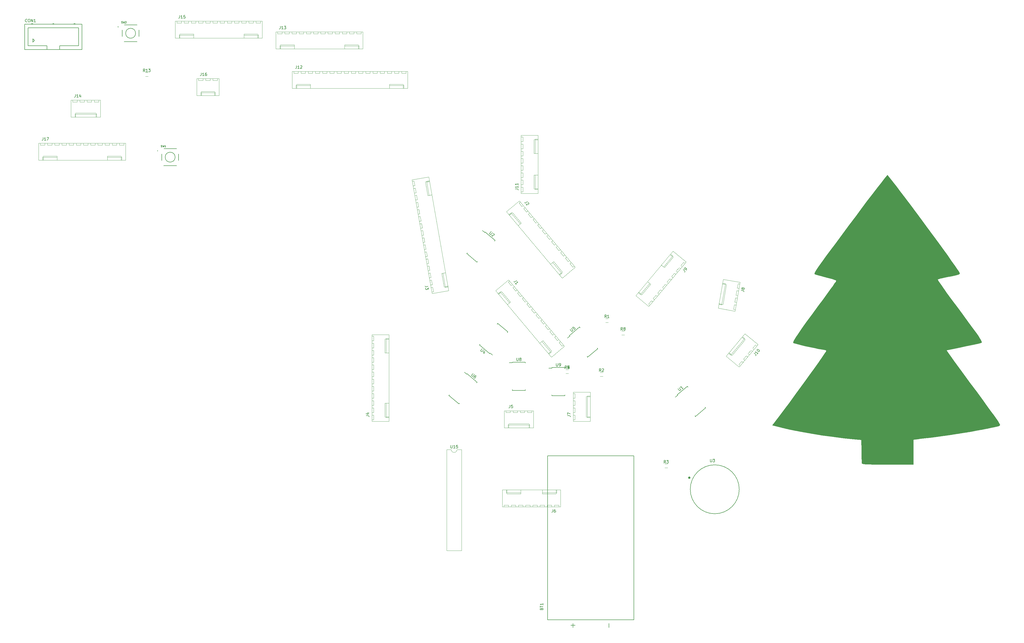
<source format=gbr>
G04 #@! TF.FileFunction,Legend,Top*
%FSLAX46Y46*%
G04 Gerber Fmt 4.6, Leading zero omitted, Abs format (unit mm)*
G04 Created by KiCad (PCBNEW 4.0.7) date Friday, October 06, 2023 'PMt' 10:40:28 PM*
%MOMM*%
%LPD*%
G01*
G04 APERTURE LIST*
%ADD10C,0.020000*%
%ADD11C,0.127000*%
%ADD12C,0.120000*%
%ADD13C,0.150000*%
%ADD14C,0.200000*%
%ADD15C,0.400000*%
%ADD16C,0.010000*%
G04 APERTURE END LIST*
D10*
D11*
X150555000Y-195570000D02*
X150555000Y-194070000D01*
X151305000Y-194820000D02*
X149805000Y-194820000D01*
X141595000Y-134830000D02*
X172095000Y-134830000D01*
X172095000Y-134830000D02*
X172095000Y-192830000D01*
X172095000Y-192830000D02*
X141595000Y-192830000D01*
X141595000Y-192830000D02*
X141595000Y-134830000D01*
X163255000Y-195570000D02*
X163255000Y-194070000D01*
D12*
X163060000Y-87675000D02*
X162060000Y-87675000D01*
X162060000Y-86315000D02*
X163060000Y-86315000D01*
X161155000Y-106725000D02*
X160155000Y-106725000D01*
X160155000Y-105365000D02*
X161155000Y-105365000D01*
X184015000Y-139110000D02*
X183015000Y-139110000D01*
X183015000Y-137750000D02*
X184015000Y-137750000D01*
X149001100Y-105683600D02*
X148001100Y-105683600D01*
X148001100Y-104323600D02*
X149001100Y-104323600D01*
X149001100Y-105683600D02*
X148001100Y-105683600D01*
X148001100Y-104323600D02*
X149001100Y-104323600D01*
X149001100Y-105683600D02*
X148001100Y-105683600D01*
X148001100Y-104323600D02*
X149001100Y-104323600D01*
X149001100Y-105683600D02*
X148001100Y-105683600D01*
X148001100Y-104323600D02*
X149001100Y-104323600D01*
X168775000Y-92120000D02*
X167775000Y-92120000D01*
X167775000Y-90760000D02*
X168775000Y-90760000D01*
D13*
X187426078Y-113253410D02*
X187570706Y-113425770D01*
X190988185Y-110264448D02*
X191197091Y-110513412D01*
X197416575Y-117925505D02*
X197207669Y-117676541D01*
X193854469Y-120914467D02*
X193645563Y-120665503D01*
X187426078Y-113253410D02*
X190988185Y-110264448D01*
X193854469Y-120914467D02*
X197416575Y-117925505D01*
X187570706Y-113425770D02*
X186747208Y-114116767D01*
X119526815Y-55654448D02*
X119382188Y-55826808D01*
X123088922Y-58643410D02*
X122880016Y-58892375D01*
X116660531Y-66304467D02*
X116869437Y-66055503D01*
X113098425Y-63315505D02*
X113307331Y-63066541D01*
X119526815Y-55654448D02*
X123088922Y-58643410D01*
X113098425Y-63315505D02*
X116660531Y-66304467D01*
X119382188Y-55826808D02*
X118558690Y-55135811D01*
X121138185Y-98650552D02*
X121282812Y-98478192D01*
X117576078Y-95661590D02*
X117784984Y-95412625D01*
X124004469Y-88000533D02*
X123795563Y-88249497D01*
X127566575Y-90989495D02*
X127357669Y-91238459D01*
X121138185Y-98650552D02*
X117576078Y-95661590D01*
X127566575Y-90989495D02*
X124004469Y-88000533D01*
X121282812Y-98478192D02*
X122106310Y-99169189D01*
X149326078Y-92298410D02*
X149470706Y-92470770D01*
X152888185Y-89309448D02*
X153097091Y-89558412D01*
X159316575Y-96970505D02*
X159107669Y-96721541D01*
X155754469Y-99959467D02*
X155545563Y-99710503D01*
X149326078Y-92298410D02*
X152888185Y-89309448D01*
X155754469Y-99959467D02*
X159316575Y-96970505D01*
X149470706Y-92470770D02*
X148647208Y-93161767D01*
X113176815Y-105819448D02*
X113032188Y-105991808D01*
X116738922Y-108808410D02*
X116530016Y-109057375D01*
X110310531Y-116469467D02*
X110519437Y-116220503D01*
X106748425Y-113480505D02*
X106957331Y-113231541D01*
X113176815Y-105819448D02*
X116738922Y-108808410D01*
X106748425Y-113480505D02*
X110310531Y-116469467D01*
X113032188Y-105991808D02*
X112208690Y-105300811D01*
X129120000Y-101705000D02*
X129120000Y-101930000D01*
X133770000Y-101705000D02*
X133770000Y-102030000D01*
X133770000Y-111705800D02*
X133770000Y-111380800D01*
X129120000Y-111705800D02*
X129120000Y-111380800D01*
X129120000Y-101705000D02*
X133770000Y-101705000D01*
X129120000Y-111705800D02*
X133770000Y-111705800D01*
X129120000Y-101930000D02*
X128045000Y-101930000D01*
X143090000Y-103610000D02*
X143090000Y-103835000D01*
X147740000Y-103610000D02*
X147740000Y-103935000D01*
X147740000Y-113610800D02*
X147740000Y-113285800D01*
X143090000Y-113610800D02*
X143090000Y-113285800D01*
X143090000Y-103610000D02*
X147740000Y-103610000D01*
X143090000Y-113610800D02*
X147740000Y-113610800D01*
X143090000Y-103835000D02*
X142015000Y-103835000D01*
X-43170000Y8865000D02*
X-43170000Y17805000D01*
X-43170000Y17805000D02*
X-22870000Y17805000D01*
X-22870000Y17805000D02*
X-22870000Y8865000D01*
X-22870000Y8865000D02*
X-43170000Y8865000D01*
X-35245000Y8865000D02*
X-35245000Y10165000D01*
X-35245000Y10165000D02*
X-41970000Y10165000D01*
X-41970000Y10165000D02*
X-41970000Y16505000D01*
X-41970000Y16505000D02*
X-24070000Y16505000D01*
X-24070000Y16505000D02*
X-24070000Y10165000D01*
X-24070000Y10165000D02*
X-30795000Y10165000D01*
X-30795000Y10165000D02*
X-30795000Y8865000D01*
X-33270000Y17805000D02*
X-33270000Y18005000D01*
X-33270000Y18005000D02*
X-32770000Y18005000D01*
X-32770000Y18005000D02*
X-32770000Y17805000D01*
X-33270000Y17905000D02*
X-32770000Y17905000D01*
X-25790000Y17805000D02*
X-25790000Y18005000D01*
X-25790000Y18005000D02*
X-25290000Y18005000D01*
X-25290000Y18005000D02*
X-25290000Y17805000D01*
X-25790000Y17905000D02*
X-25290000Y17905000D01*
X-40750000Y17805000D02*
X-40750000Y18005000D01*
X-40750000Y18005000D02*
X-40250000Y18005000D01*
X-40250000Y18005000D02*
X-40250000Y17805000D01*
X-40750000Y17905000D02*
X-40250000Y17905000D01*
X-40300000Y11465000D02*
X-40300000Y12665000D01*
X-40300000Y12665000D02*
X-39700000Y12065000D01*
X-39700000Y12065000D02*
X-40300000Y11465000D01*
D12*
X51335000Y1115000D02*
X51335000Y-4885000D01*
X51335000Y-4885000D02*
X92175000Y-4885000D01*
X92175000Y-4885000D02*
X92175000Y1115000D01*
X92175000Y1115000D02*
X51335000Y1115000D01*
X52705000Y-4885000D02*
X52705000Y-3885000D01*
X52705000Y-3885000D02*
X57785000Y-3885000D01*
X57785000Y-3885000D02*
X57785000Y-4885000D01*
X52705000Y-3885000D02*
X52955000Y-3455000D01*
X52955000Y-3455000D02*
X57785000Y-3455000D01*
X57785000Y-3455000D02*
X57785000Y-3885000D01*
X52955000Y-4885000D02*
X52955000Y-3885000D01*
X90805000Y-4885000D02*
X90805000Y-3885000D01*
X90805000Y-3885000D02*
X85725000Y-3885000D01*
X85725000Y-3885000D02*
X85725000Y-4885000D01*
X90805000Y-3885000D02*
X90555000Y-3455000D01*
X90555000Y-3455000D02*
X85725000Y-3455000D01*
X85725000Y-3455000D02*
X85725000Y-3885000D01*
X90555000Y-4885000D02*
X90555000Y-3885000D01*
X51905000Y1115000D02*
X51905000Y495000D01*
X51905000Y495000D02*
X53505000Y495000D01*
X53505000Y495000D02*
X53505000Y1115000D01*
X54445000Y1115000D02*
X54445000Y495000D01*
X54445000Y495000D02*
X56045000Y495000D01*
X56045000Y495000D02*
X56045000Y1115000D01*
X56985000Y1115000D02*
X56985000Y495000D01*
X56985000Y495000D02*
X58585000Y495000D01*
X58585000Y495000D02*
X58585000Y1115000D01*
X59525000Y1115000D02*
X59525000Y495000D01*
X59525000Y495000D02*
X61125000Y495000D01*
X61125000Y495000D02*
X61125000Y1115000D01*
X62065000Y1115000D02*
X62065000Y495000D01*
X62065000Y495000D02*
X63665000Y495000D01*
X63665000Y495000D02*
X63665000Y1115000D01*
X64605000Y1115000D02*
X64605000Y495000D01*
X64605000Y495000D02*
X66205000Y495000D01*
X66205000Y495000D02*
X66205000Y1115000D01*
X67145000Y1115000D02*
X67145000Y495000D01*
X67145000Y495000D02*
X68745000Y495000D01*
X68745000Y495000D02*
X68745000Y1115000D01*
X69685000Y1115000D02*
X69685000Y495000D01*
X69685000Y495000D02*
X71285000Y495000D01*
X71285000Y495000D02*
X71285000Y1115000D01*
X72225000Y1115000D02*
X72225000Y495000D01*
X72225000Y495000D02*
X73825000Y495000D01*
X73825000Y495000D02*
X73825000Y1115000D01*
X74765000Y1115000D02*
X74765000Y495000D01*
X74765000Y495000D02*
X76365000Y495000D01*
X76365000Y495000D02*
X76365000Y1115000D01*
X77305000Y1115000D02*
X77305000Y495000D01*
X77305000Y495000D02*
X78905000Y495000D01*
X78905000Y495000D02*
X78905000Y1115000D01*
X79845000Y1115000D02*
X79845000Y495000D01*
X79845000Y495000D02*
X81445000Y495000D01*
X81445000Y495000D02*
X81445000Y1115000D01*
X82385000Y1115000D02*
X82385000Y495000D01*
X82385000Y495000D02*
X83985000Y495000D01*
X83985000Y495000D02*
X83985000Y1115000D01*
X84925000Y1115000D02*
X84925000Y495000D01*
X84925000Y495000D02*
X86525000Y495000D01*
X86525000Y495000D02*
X86525000Y1115000D01*
X87465000Y1115000D02*
X87465000Y495000D01*
X87465000Y495000D02*
X89065000Y495000D01*
X89065000Y495000D02*
X89065000Y1115000D01*
X90005000Y1115000D02*
X90005000Y495000D01*
X90005000Y495000D02*
X91605000Y495000D01*
X91605000Y495000D02*
X91605000Y1115000D01*
X45620000Y15085000D02*
X45620000Y9085000D01*
X45620000Y9085000D02*
X76300000Y9085000D01*
X76300000Y9085000D02*
X76300000Y15085000D01*
X76300000Y15085000D02*
X45620000Y15085000D01*
X46990000Y9085000D02*
X46990000Y10085000D01*
X46990000Y10085000D02*
X52070000Y10085000D01*
X52070000Y10085000D02*
X52070000Y9085000D01*
X46990000Y10085000D02*
X47240000Y10515000D01*
X47240000Y10515000D02*
X52070000Y10515000D01*
X52070000Y10515000D02*
X52070000Y10085000D01*
X47240000Y9085000D02*
X47240000Y10085000D01*
X74930000Y9085000D02*
X74930000Y10085000D01*
X74930000Y10085000D02*
X69850000Y10085000D01*
X69850000Y10085000D02*
X69850000Y9085000D01*
X74930000Y10085000D02*
X74680000Y10515000D01*
X74680000Y10515000D02*
X69850000Y10515000D01*
X69850000Y10515000D02*
X69850000Y10085000D01*
X74680000Y9085000D02*
X74680000Y10085000D01*
X46190000Y15085000D02*
X46190000Y14465000D01*
X46190000Y14465000D02*
X47790000Y14465000D01*
X47790000Y14465000D02*
X47790000Y15085000D01*
X48730000Y15085000D02*
X48730000Y14465000D01*
X48730000Y14465000D02*
X50330000Y14465000D01*
X50330000Y14465000D02*
X50330000Y15085000D01*
X51270000Y15085000D02*
X51270000Y14465000D01*
X51270000Y14465000D02*
X52870000Y14465000D01*
X52870000Y14465000D02*
X52870000Y15085000D01*
X53810000Y15085000D02*
X53810000Y14465000D01*
X53810000Y14465000D02*
X55410000Y14465000D01*
X55410000Y14465000D02*
X55410000Y15085000D01*
X56350000Y15085000D02*
X56350000Y14465000D01*
X56350000Y14465000D02*
X57950000Y14465000D01*
X57950000Y14465000D02*
X57950000Y15085000D01*
X58890000Y15085000D02*
X58890000Y14465000D01*
X58890000Y14465000D02*
X60490000Y14465000D01*
X60490000Y14465000D02*
X60490000Y15085000D01*
X61430000Y15085000D02*
X61430000Y14465000D01*
X61430000Y14465000D02*
X63030000Y14465000D01*
X63030000Y14465000D02*
X63030000Y15085000D01*
X63970000Y15085000D02*
X63970000Y14465000D01*
X63970000Y14465000D02*
X65570000Y14465000D01*
X65570000Y14465000D02*
X65570000Y15085000D01*
X66510000Y15085000D02*
X66510000Y14465000D01*
X66510000Y14465000D02*
X68110000Y14465000D01*
X68110000Y14465000D02*
X68110000Y15085000D01*
X69050000Y15085000D02*
X69050000Y14465000D01*
X69050000Y14465000D02*
X70650000Y14465000D01*
X70650000Y14465000D02*
X70650000Y15085000D01*
X71590000Y15085000D02*
X71590000Y14465000D01*
X71590000Y14465000D02*
X73190000Y14465000D01*
X73190000Y14465000D02*
X73190000Y15085000D01*
X74130000Y15085000D02*
X74130000Y14465000D01*
X74130000Y14465000D02*
X75730000Y14465000D01*
X75730000Y14465000D02*
X75730000Y15085000D01*
X-26770000Y-9045000D02*
X-26770000Y-15045000D01*
X-26770000Y-15045000D02*
X-16410000Y-15045000D01*
X-16410000Y-15045000D02*
X-16410000Y-9045000D01*
X-16410000Y-9045000D02*
X-26770000Y-9045000D01*
X-25400000Y-15045000D02*
X-25400000Y-14045000D01*
X-25400000Y-14045000D02*
X-17780000Y-14045000D01*
X-17780000Y-14045000D02*
X-17780000Y-15045000D01*
X-25400000Y-14045000D02*
X-25150000Y-13615000D01*
X-25150000Y-13615000D02*
X-18030000Y-13615000D01*
X-18030000Y-13615000D02*
X-17780000Y-14045000D01*
X-25150000Y-15045000D02*
X-25150000Y-14045000D01*
X-18030000Y-15045000D02*
X-18030000Y-14045000D01*
X-26200000Y-9045000D02*
X-26200000Y-9665000D01*
X-26200000Y-9665000D02*
X-24600000Y-9665000D01*
X-24600000Y-9665000D02*
X-24600000Y-9045000D01*
X-23660000Y-9045000D02*
X-23660000Y-9665000D01*
X-23660000Y-9665000D02*
X-22060000Y-9665000D01*
X-22060000Y-9665000D02*
X-22060000Y-9045000D01*
X-21120000Y-9045000D02*
X-21120000Y-9665000D01*
X-21120000Y-9665000D02*
X-19520000Y-9665000D01*
X-19520000Y-9665000D02*
X-19520000Y-9045000D01*
X-18580000Y-9045000D02*
X-18580000Y-9665000D01*
X-18580000Y-9665000D02*
X-16980000Y-9665000D01*
X-16980000Y-9665000D02*
X-16980000Y-9045000D01*
X10060000Y18895000D02*
X10060000Y12895000D01*
X10060000Y12895000D02*
X40740000Y12895000D01*
X40740000Y12895000D02*
X40740000Y18895000D01*
X40740000Y18895000D02*
X10060000Y18895000D01*
X11430000Y12895000D02*
X11430000Y13895000D01*
X11430000Y13895000D02*
X16510000Y13895000D01*
X16510000Y13895000D02*
X16510000Y12895000D01*
X11430000Y13895000D02*
X11680000Y14325000D01*
X11680000Y14325000D02*
X16510000Y14325000D01*
X16510000Y14325000D02*
X16510000Y13895000D01*
X11680000Y12895000D02*
X11680000Y13895000D01*
X39370000Y12895000D02*
X39370000Y13895000D01*
X39370000Y13895000D02*
X34290000Y13895000D01*
X34290000Y13895000D02*
X34290000Y12895000D01*
X39370000Y13895000D02*
X39120000Y14325000D01*
X39120000Y14325000D02*
X34290000Y14325000D01*
X34290000Y14325000D02*
X34290000Y13895000D01*
X39120000Y12895000D02*
X39120000Y13895000D01*
X10630000Y18895000D02*
X10630000Y18275000D01*
X10630000Y18275000D02*
X12230000Y18275000D01*
X12230000Y18275000D02*
X12230000Y18895000D01*
X13170000Y18895000D02*
X13170000Y18275000D01*
X13170000Y18275000D02*
X14770000Y18275000D01*
X14770000Y18275000D02*
X14770000Y18895000D01*
X15710000Y18895000D02*
X15710000Y18275000D01*
X15710000Y18275000D02*
X17310000Y18275000D01*
X17310000Y18275000D02*
X17310000Y18895000D01*
X18250000Y18895000D02*
X18250000Y18275000D01*
X18250000Y18275000D02*
X19850000Y18275000D01*
X19850000Y18275000D02*
X19850000Y18895000D01*
X20790000Y18895000D02*
X20790000Y18275000D01*
X20790000Y18275000D02*
X22390000Y18275000D01*
X22390000Y18275000D02*
X22390000Y18895000D01*
X23330000Y18895000D02*
X23330000Y18275000D01*
X23330000Y18275000D02*
X24930000Y18275000D01*
X24930000Y18275000D02*
X24930000Y18895000D01*
X25870000Y18895000D02*
X25870000Y18275000D01*
X25870000Y18275000D02*
X27470000Y18275000D01*
X27470000Y18275000D02*
X27470000Y18895000D01*
X28410000Y18895000D02*
X28410000Y18275000D01*
X28410000Y18275000D02*
X30010000Y18275000D01*
X30010000Y18275000D02*
X30010000Y18895000D01*
X30950000Y18895000D02*
X30950000Y18275000D01*
X30950000Y18275000D02*
X32550000Y18275000D01*
X32550000Y18275000D02*
X32550000Y18895000D01*
X33490000Y18895000D02*
X33490000Y18275000D01*
X33490000Y18275000D02*
X35090000Y18275000D01*
X35090000Y18275000D02*
X35090000Y18895000D01*
X36030000Y18895000D02*
X36030000Y18275000D01*
X36030000Y18275000D02*
X37630000Y18275000D01*
X37630000Y18275000D02*
X37630000Y18895000D01*
X38570000Y18895000D02*
X38570000Y18275000D01*
X38570000Y18275000D02*
X40170000Y18275000D01*
X40170000Y18275000D02*
X40170000Y18895000D01*
X17680000Y-1425000D02*
X17680000Y-7425000D01*
X17680000Y-7425000D02*
X25500000Y-7425000D01*
X25500000Y-7425000D02*
X25500000Y-1425000D01*
X25500000Y-1425000D02*
X17680000Y-1425000D01*
X19050000Y-7425000D02*
X19050000Y-6425000D01*
X19050000Y-6425000D02*
X24130000Y-6425000D01*
X24130000Y-6425000D02*
X24130000Y-7425000D01*
X19050000Y-6425000D02*
X19300000Y-5995000D01*
X19300000Y-5995000D02*
X23880000Y-5995000D01*
X23880000Y-5995000D02*
X24130000Y-6425000D01*
X19300000Y-7425000D02*
X19300000Y-6425000D01*
X23880000Y-7425000D02*
X23880000Y-6425000D01*
X18250000Y-1425000D02*
X18250000Y-2045000D01*
X18250000Y-2045000D02*
X19850000Y-2045000D01*
X19850000Y-2045000D02*
X19850000Y-1425000D01*
X20790000Y-1425000D02*
X20790000Y-2045000D01*
X20790000Y-2045000D02*
X22390000Y-2045000D01*
X22390000Y-2045000D02*
X22390000Y-1425000D01*
X23330000Y-1425000D02*
X23330000Y-2045000D01*
X23330000Y-2045000D02*
X24930000Y-2045000D01*
X24930000Y-2045000D02*
X24930000Y-1425000D01*
X-38200000Y-24285000D02*
X-38200000Y-30285000D01*
X-38200000Y-30285000D02*
X-7520000Y-30285000D01*
X-7520000Y-30285000D02*
X-7520000Y-24285000D01*
X-7520000Y-24285000D02*
X-38200000Y-24285000D01*
X-36830000Y-30285000D02*
X-36830000Y-29285000D01*
X-36830000Y-29285000D02*
X-31750000Y-29285000D01*
X-31750000Y-29285000D02*
X-31750000Y-30285000D01*
X-36830000Y-29285000D02*
X-36580000Y-28855000D01*
X-36580000Y-28855000D02*
X-31750000Y-28855000D01*
X-31750000Y-28855000D02*
X-31750000Y-29285000D01*
X-36580000Y-30285000D02*
X-36580000Y-29285000D01*
X-8890000Y-30285000D02*
X-8890000Y-29285000D01*
X-8890000Y-29285000D02*
X-13970000Y-29285000D01*
X-13970000Y-29285000D02*
X-13970000Y-30285000D01*
X-8890000Y-29285000D02*
X-9140000Y-28855000D01*
X-9140000Y-28855000D02*
X-13970000Y-28855000D01*
X-13970000Y-28855000D02*
X-13970000Y-29285000D01*
X-9140000Y-30285000D02*
X-9140000Y-29285000D01*
X-37630000Y-24285000D02*
X-37630000Y-24905000D01*
X-37630000Y-24905000D02*
X-36030000Y-24905000D01*
X-36030000Y-24905000D02*
X-36030000Y-24285000D01*
X-35090000Y-24285000D02*
X-35090000Y-24905000D01*
X-35090000Y-24905000D02*
X-33490000Y-24905000D01*
X-33490000Y-24905000D02*
X-33490000Y-24285000D01*
X-32550000Y-24285000D02*
X-32550000Y-24905000D01*
X-32550000Y-24905000D02*
X-30950000Y-24905000D01*
X-30950000Y-24905000D02*
X-30950000Y-24285000D01*
X-30010000Y-24285000D02*
X-30010000Y-24905000D01*
X-30010000Y-24905000D02*
X-28410000Y-24905000D01*
X-28410000Y-24905000D02*
X-28410000Y-24285000D01*
X-27470000Y-24285000D02*
X-27470000Y-24905000D01*
X-27470000Y-24905000D02*
X-25870000Y-24905000D01*
X-25870000Y-24905000D02*
X-25870000Y-24285000D01*
X-24930000Y-24285000D02*
X-24930000Y-24905000D01*
X-24930000Y-24905000D02*
X-23330000Y-24905000D01*
X-23330000Y-24905000D02*
X-23330000Y-24285000D01*
X-22390000Y-24285000D02*
X-22390000Y-24905000D01*
X-22390000Y-24905000D02*
X-20790000Y-24905000D01*
X-20790000Y-24905000D02*
X-20790000Y-24285000D01*
X-19850000Y-24285000D02*
X-19850000Y-24905000D01*
X-19850000Y-24905000D02*
X-18250000Y-24905000D01*
X-18250000Y-24905000D02*
X-18250000Y-24285000D01*
X-17310000Y-24285000D02*
X-17310000Y-24905000D01*
X-17310000Y-24905000D02*
X-15710000Y-24905000D01*
X-15710000Y-24905000D02*
X-15710000Y-24285000D01*
X-14770000Y-24285000D02*
X-14770000Y-24905000D01*
X-14770000Y-24905000D02*
X-13170000Y-24905000D01*
X-13170000Y-24905000D02*
X-13170000Y-24285000D01*
X-12230000Y-24285000D02*
X-12230000Y-24905000D01*
X-12230000Y-24905000D02*
X-10630000Y-24905000D01*
X-10630000Y-24905000D02*
X-10630000Y-24285000D01*
X-9690000Y-24285000D02*
X-9690000Y-24905000D01*
X-9690000Y-24905000D02*
X-8090000Y-24905000D01*
X-8090000Y-24905000D02*
X-8090000Y-24285000D01*
X500000Y-680000D02*
X-500000Y-680000D01*
X-500000Y680000D02*
X500000Y680000D01*
D11*
X6055000Y-26215000D02*
X10555000Y-26215000D01*
X11255000Y-28060000D02*
X11255000Y-30360000D01*
X10555000Y-32205000D02*
X5955000Y-32205000D01*
X5260000Y-28060000D02*
X5260000Y-30360000D01*
X10010000Y-29210000D02*
G75*
G03X10010000Y-29210000I-1755000J0D01*
G01*
D14*
X3910000Y-26960000D02*
G75*
G03X3910000Y-26960000I-100000J0D01*
G01*
D11*
X-7915000Y17600000D02*
X-3415000Y17600000D01*
X-2715000Y15755000D02*
X-2715000Y13455000D01*
X-3415000Y11610000D02*
X-8015000Y11610000D01*
X-8710000Y15755000D02*
X-8710000Y13455000D01*
X-3960000Y14605000D02*
G75*
G03X-3960000Y14605000I-1755000J0D01*
G01*
D14*
X-10060000Y16855000D02*
G75*
G03X-10060000Y16855000I-100000J0D01*
G01*
D12*
X109585000Y-132655000D02*
G75*
G02X107585000Y-132655000I-1000000J0D01*
G01*
X107585000Y-132655000D02*
X105935000Y-132655000D01*
X105935000Y-132655000D02*
X105935000Y-168335000D01*
X105935000Y-168335000D02*
X111235000Y-168335000D01*
X111235000Y-168335000D02*
X111235000Y-132655000D01*
X111235000Y-132655000D02*
X109585000Y-132655000D01*
X127797835Y-72574301D02*
X123201569Y-76431026D01*
X123201569Y-76431026D02*
X142922292Y-99933270D01*
X142922292Y-99933270D02*
X147518559Y-96076544D01*
X147518559Y-96076544D02*
X127797835Y-72574301D01*
X124082188Y-77480507D02*
X124848232Y-76837719D01*
X124848232Y-76837719D02*
X128113593Y-80729225D01*
X128113593Y-80729225D02*
X127347549Y-81372013D01*
X124848232Y-76837719D02*
X125338328Y-76752832D01*
X125338328Y-76752832D02*
X128442992Y-80452827D01*
X128442992Y-80452827D02*
X128113593Y-80729225D01*
X124242884Y-77672018D02*
X125008929Y-77029231D01*
X142041673Y-98883789D02*
X142807718Y-98241001D01*
X142807718Y-98241001D02*
X139542357Y-94349495D01*
X139542357Y-94349495D02*
X138776312Y-94992283D01*
X142807718Y-98241001D02*
X142976420Y-97773091D01*
X142976420Y-97773091D02*
X139871756Y-94073097D01*
X139871756Y-94073097D02*
X139542357Y-94349495D01*
X141880976Y-98692278D02*
X142647021Y-98049490D01*
X128164224Y-73010946D02*
X127689277Y-73409474D01*
X127689277Y-73409474D02*
X128717737Y-74635145D01*
X128717737Y-74635145D02*
X129192684Y-74236617D01*
X129796905Y-74956699D02*
X129321957Y-75355227D01*
X129321957Y-75355227D02*
X130350417Y-76580898D01*
X130350417Y-76580898D02*
X130825365Y-76182370D01*
X131429585Y-76902452D02*
X130954638Y-77300980D01*
X130954638Y-77300980D02*
X131983098Y-78526651D01*
X131983098Y-78526651D02*
X132458045Y-78128123D01*
X133062266Y-78848205D02*
X132587318Y-79246733D01*
X132587318Y-79246733D02*
X133615778Y-80472404D01*
X133615778Y-80472404D02*
X134090726Y-80073876D01*
X134694946Y-80793957D02*
X134219999Y-81192486D01*
X134219999Y-81192486D02*
X135248459Y-82418157D01*
X135248459Y-82418157D02*
X135723406Y-82019629D01*
X136327627Y-82739710D02*
X135852679Y-83138239D01*
X135852679Y-83138239D02*
X136881139Y-84363910D01*
X136881139Y-84363910D02*
X137356087Y-83965381D01*
X137960307Y-84685463D02*
X137485360Y-85083991D01*
X137485360Y-85083991D02*
X138513820Y-86309663D01*
X138513820Y-86309663D02*
X138988767Y-85911134D01*
X139592988Y-86631216D02*
X139118040Y-87029744D01*
X139118040Y-87029744D02*
X140146500Y-88255415D01*
X140146500Y-88255415D02*
X140621448Y-87856887D01*
X141225668Y-88576969D02*
X140750721Y-88975497D01*
X140750721Y-88975497D02*
X141779181Y-90201168D01*
X141779181Y-90201168D02*
X142254129Y-89802640D01*
X142858349Y-90522722D02*
X142383401Y-90921250D01*
X142383401Y-90921250D02*
X143411862Y-92146921D01*
X143411862Y-92146921D02*
X143886809Y-91748393D01*
X144491029Y-92468475D02*
X144016082Y-92867003D01*
X144016082Y-92867003D02*
X145044542Y-94092674D01*
X145044542Y-94092674D02*
X145519490Y-93694146D01*
X146123710Y-94414228D02*
X145648762Y-94812756D01*
X145648762Y-94812756D02*
X146677223Y-96038427D01*
X146677223Y-96038427D02*
X147152170Y-95639899D01*
X131607835Y-44634301D02*
X127011569Y-48491026D01*
X127011569Y-48491026D02*
X146732292Y-71993270D01*
X146732292Y-71993270D02*
X151328559Y-68136544D01*
X151328559Y-68136544D02*
X131607835Y-44634301D01*
X127892188Y-49540507D02*
X128658232Y-48897719D01*
X128658232Y-48897719D02*
X131923593Y-52789225D01*
X131923593Y-52789225D02*
X131157549Y-53432013D01*
X128658232Y-48897719D02*
X129148328Y-48812832D01*
X129148328Y-48812832D02*
X132252992Y-52512827D01*
X132252992Y-52512827D02*
X131923593Y-52789225D01*
X128052884Y-49732018D02*
X128818929Y-49089231D01*
X145851673Y-70943789D02*
X146617718Y-70301001D01*
X146617718Y-70301001D02*
X143352357Y-66409495D01*
X143352357Y-66409495D02*
X142586312Y-67052283D01*
X146617718Y-70301001D02*
X146786420Y-69833091D01*
X146786420Y-69833091D02*
X143681756Y-66133097D01*
X143681756Y-66133097D02*
X143352357Y-66409495D01*
X145690976Y-70752278D02*
X146457021Y-70109490D01*
X131974224Y-45070946D02*
X131499277Y-45469474D01*
X131499277Y-45469474D02*
X132527737Y-46695145D01*
X132527737Y-46695145D02*
X133002684Y-46296617D01*
X133606905Y-47016699D02*
X133131957Y-47415227D01*
X133131957Y-47415227D02*
X134160417Y-48640898D01*
X134160417Y-48640898D02*
X134635365Y-48242370D01*
X135239585Y-48962452D02*
X134764638Y-49360980D01*
X134764638Y-49360980D02*
X135793098Y-50586651D01*
X135793098Y-50586651D02*
X136268045Y-50188123D01*
X136872266Y-50908205D02*
X136397318Y-51306733D01*
X136397318Y-51306733D02*
X137425778Y-52532404D01*
X137425778Y-52532404D02*
X137900726Y-52133876D01*
X138504946Y-52853957D02*
X138029999Y-53252486D01*
X138029999Y-53252486D02*
X139058459Y-54478157D01*
X139058459Y-54478157D02*
X139533406Y-54079629D01*
X140137627Y-54799710D02*
X139662679Y-55198239D01*
X139662679Y-55198239D02*
X140691139Y-56423910D01*
X140691139Y-56423910D02*
X141166087Y-56025381D01*
X141770307Y-56745463D02*
X141295360Y-57143991D01*
X141295360Y-57143991D02*
X142323820Y-58369663D01*
X142323820Y-58369663D02*
X142798767Y-57971134D01*
X143402988Y-58691216D02*
X142928040Y-59089744D01*
X142928040Y-59089744D02*
X143956500Y-60315415D01*
X143956500Y-60315415D02*
X144431448Y-59916887D01*
X145035668Y-60636969D02*
X144560721Y-61035497D01*
X144560721Y-61035497D02*
X145589181Y-62261168D01*
X145589181Y-62261168D02*
X146064129Y-61862640D01*
X146668349Y-62582722D02*
X146193401Y-62981250D01*
X146193401Y-62981250D02*
X147221862Y-64206921D01*
X147221862Y-64206921D02*
X147696809Y-63808393D01*
X148301029Y-64528475D02*
X147826082Y-64927003D01*
X147826082Y-64927003D02*
X148854542Y-66152674D01*
X148854542Y-66152674D02*
X149329490Y-65754146D01*
X149933710Y-66474228D02*
X149458762Y-66872756D01*
X149458762Y-66872756D02*
X150487223Y-68098427D01*
X150487223Y-68098427D02*
X150962170Y-67699899D01*
X100768779Y-77438604D02*
X106677625Y-76396715D01*
X106677625Y-76396715D02*
X99585834Y-36177166D01*
X99585834Y-36177166D02*
X93676987Y-37219055D01*
X93676987Y-37219055D02*
X100768779Y-77438604D01*
X106439727Y-75047528D02*
X105454919Y-75221177D01*
X105454919Y-75221177D02*
X104572787Y-70218353D01*
X104572787Y-70218353D02*
X105557594Y-70044705D01*
X105454919Y-75221177D02*
X104988040Y-75049643D01*
X104988040Y-75049643D02*
X104149319Y-70293022D01*
X104149319Y-70293022D02*
X104572787Y-70218353D01*
X106396315Y-74801326D02*
X105411507Y-74974975D01*
X99823732Y-37526353D02*
X98838924Y-37700001D01*
X98838924Y-37700001D02*
X99721057Y-42702825D01*
X99721057Y-42702825D02*
X100705864Y-42529176D01*
X98838924Y-37700001D02*
X98458868Y-38020872D01*
X98458868Y-38020872D02*
X99297589Y-42777493D01*
X99297589Y-42777493D02*
X99721057Y-42702825D01*
X99867144Y-37772555D02*
X98882336Y-37946203D01*
X100669799Y-76877264D02*
X101280380Y-76769602D01*
X101280380Y-76769602D02*
X101002543Y-75193909D01*
X101002543Y-75193909D02*
X100391962Y-75301571D01*
X100228733Y-74375852D02*
X100839314Y-74268190D01*
X100839314Y-74268190D02*
X100561476Y-72692498D01*
X100561476Y-72692498D02*
X99950896Y-72800160D01*
X99787666Y-71874440D02*
X100398247Y-71766778D01*
X100398247Y-71766778D02*
X100120410Y-70191086D01*
X100120410Y-70191086D02*
X99509829Y-70298748D01*
X99346600Y-69373029D02*
X99957181Y-69265367D01*
X99957181Y-69265367D02*
X99679344Y-67689674D01*
X99679344Y-67689674D02*
X99068763Y-67797336D01*
X98905534Y-66871617D02*
X99516114Y-66763955D01*
X99516114Y-66763955D02*
X99238277Y-65188263D01*
X99238277Y-65188263D02*
X98627697Y-65295925D01*
X98464467Y-64370205D02*
X99075048Y-64262543D01*
X99075048Y-64262543D02*
X98797211Y-62686851D01*
X98797211Y-62686851D02*
X98186630Y-62794513D01*
X98023401Y-61868794D02*
X98633982Y-61761132D01*
X98633982Y-61761132D02*
X98356145Y-60185439D01*
X98356145Y-60185439D02*
X97745564Y-60293101D01*
X97582335Y-59367382D02*
X98192915Y-59259720D01*
X98192915Y-59259720D02*
X97915078Y-57684028D01*
X97915078Y-57684028D02*
X97304497Y-57791689D01*
X97141268Y-56865970D02*
X97751849Y-56758308D01*
X97751849Y-56758308D02*
X97474012Y-55182616D01*
X97474012Y-55182616D02*
X96863431Y-55290278D01*
X96700202Y-54364558D02*
X97310783Y-54256897D01*
X97310783Y-54256897D02*
X97032946Y-52681204D01*
X97032946Y-52681204D02*
X96422365Y-52788866D01*
X96259135Y-51863147D02*
X96869716Y-51755485D01*
X96869716Y-51755485D02*
X96591879Y-50179792D01*
X96591879Y-50179792D02*
X95981298Y-50287454D01*
X95818069Y-49361735D02*
X96428650Y-49254073D01*
X96428650Y-49254073D02*
X96150813Y-47678381D01*
X96150813Y-47678381D02*
X95540232Y-47786043D01*
X95377003Y-46860323D02*
X95987583Y-46752662D01*
X95987583Y-46752662D02*
X95709746Y-45176969D01*
X95709746Y-45176969D02*
X95099166Y-45284631D01*
X94935936Y-44358912D02*
X95546517Y-44251250D01*
X95546517Y-44251250D02*
X95268680Y-42675557D01*
X95268680Y-42675557D02*
X94658099Y-42783219D01*
X94494870Y-41857500D02*
X95105451Y-41749838D01*
X95105451Y-41749838D02*
X94827614Y-40174146D01*
X94827614Y-40174146D02*
X94217033Y-40281808D01*
X94053804Y-39356088D02*
X94664384Y-39248426D01*
X94664384Y-39248426D02*
X94386547Y-37672734D01*
X94386547Y-37672734D02*
X93775966Y-37780396D01*
X79530000Y-122655000D02*
X85530000Y-122655000D01*
X85530000Y-122655000D02*
X85530000Y-91975000D01*
X85530000Y-91975000D02*
X79530000Y-91975000D01*
X79530000Y-91975000D02*
X79530000Y-122655000D01*
X85530000Y-121285000D02*
X84530000Y-121285000D01*
X84530000Y-121285000D02*
X84530000Y-116205000D01*
X84530000Y-116205000D02*
X85530000Y-116205000D01*
X84530000Y-121285000D02*
X84100000Y-121035000D01*
X84100000Y-121035000D02*
X84100000Y-116205000D01*
X84100000Y-116205000D02*
X84530000Y-116205000D01*
X85530000Y-121035000D02*
X84530000Y-121035000D01*
X85530000Y-93345000D02*
X84530000Y-93345000D01*
X84530000Y-93345000D02*
X84530000Y-98425000D01*
X84530000Y-98425000D02*
X85530000Y-98425000D01*
X84530000Y-93345000D02*
X84100000Y-93595000D01*
X84100000Y-93595000D02*
X84100000Y-98425000D01*
X84100000Y-98425000D02*
X84530000Y-98425000D01*
X85530000Y-93595000D02*
X84530000Y-93595000D01*
X79530000Y-122085000D02*
X80150000Y-122085000D01*
X80150000Y-122085000D02*
X80150000Y-120485000D01*
X80150000Y-120485000D02*
X79530000Y-120485000D01*
X79530000Y-119545000D02*
X80150000Y-119545000D01*
X80150000Y-119545000D02*
X80150000Y-117945000D01*
X80150000Y-117945000D02*
X79530000Y-117945000D01*
X79530000Y-117005000D02*
X80150000Y-117005000D01*
X80150000Y-117005000D02*
X80150000Y-115405000D01*
X80150000Y-115405000D02*
X79530000Y-115405000D01*
X79530000Y-114465000D02*
X80150000Y-114465000D01*
X80150000Y-114465000D02*
X80150000Y-112865000D01*
X80150000Y-112865000D02*
X79530000Y-112865000D01*
X79530000Y-111925000D02*
X80150000Y-111925000D01*
X80150000Y-111925000D02*
X80150000Y-110325000D01*
X80150000Y-110325000D02*
X79530000Y-110325000D01*
X79530000Y-109385000D02*
X80150000Y-109385000D01*
X80150000Y-109385000D02*
X80150000Y-107785000D01*
X80150000Y-107785000D02*
X79530000Y-107785000D01*
X79530000Y-106845000D02*
X80150000Y-106845000D01*
X80150000Y-106845000D02*
X80150000Y-105245000D01*
X80150000Y-105245000D02*
X79530000Y-105245000D01*
X79530000Y-104305000D02*
X80150000Y-104305000D01*
X80150000Y-104305000D02*
X80150000Y-102705000D01*
X80150000Y-102705000D02*
X79530000Y-102705000D01*
X79530000Y-101765000D02*
X80150000Y-101765000D01*
X80150000Y-101765000D02*
X80150000Y-100165000D01*
X80150000Y-100165000D02*
X79530000Y-100165000D01*
X79530000Y-99225000D02*
X80150000Y-99225000D01*
X80150000Y-99225000D02*
X80150000Y-97625000D01*
X80150000Y-97625000D02*
X79530000Y-97625000D01*
X79530000Y-96685000D02*
X80150000Y-96685000D01*
X80150000Y-96685000D02*
X80150000Y-95085000D01*
X80150000Y-95085000D02*
X79530000Y-95085000D01*
X79530000Y-94145000D02*
X80150000Y-94145000D01*
X80150000Y-94145000D02*
X80150000Y-92545000D01*
X80150000Y-92545000D02*
X79530000Y-92545000D01*
X126265000Y-118900000D02*
X126265000Y-124900000D01*
X126265000Y-124900000D02*
X136625000Y-124900000D01*
X136625000Y-124900000D02*
X136625000Y-118900000D01*
X136625000Y-118900000D02*
X126265000Y-118900000D01*
X127635000Y-124900000D02*
X127635000Y-123900000D01*
X127635000Y-123900000D02*
X135255000Y-123900000D01*
X135255000Y-123900000D02*
X135255000Y-124900000D01*
X127635000Y-123900000D02*
X127885000Y-123470000D01*
X127885000Y-123470000D02*
X135005000Y-123470000D01*
X135005000Y-123470000D02*
X135255000Y-123900000D01*
X127885000Y-124900000D02*
X127885000Y-123900000D01*
X135005000Y-124900000D02*
X135005000Y-123900000D01*
X126835000Y-118900000D02*
X126835000Y-119520000D01*
X126835000Y-119520000D02*
X128435000Y-119520000D01*
X128435000Y-119520000D02*
X128435000Y-118900000D01*
X129375000Y-118900000D02*
X129375000Y-119520000D01*
X129375000Y-119520000D02*
X130975000Y-119520000D01*
X130975000Y-119520000D02*
X130975000Y-118900000D01*
X131915000Y-118900000D02*
X131915000Y-119520000D01*
X131915000Y-119520000D02*
X133515000Y-119520000D01*
X133515000Y-119520000D02*
X133515000Y-118900000D01*
X134455000Y-118900000D02*
X134455000Y-119520000D01*
X134455000Y-119520000D02*
X136055000Y-119520000D01*
X136055000Y-119520000D02*
X136055000Y-118900000D01*
X146150000Y-152880000D02*
X146150000Y-146880000D01*
X146150000Y-146880000D02*
X125630000Y-146880000D01*
X125630000Y-146880000D02*
X125630000Y-152880000D01*
X125630000Y-152880000D02*
X146150000Y-152880000D01*
X144780000Y-146880000D02*
X144780000Y-147880000D01*
X144780000Y-147880000D02*
X139700000Y-147880000D01*
X139700000Y-147880000D02*
X139700000Y-146880000D01*
X144780000Y-147880000D02*
X144530000Y-148310000D01*
X144530000Y-148310000D02*
X139700000Y-148310000D01*
X139700000Y-148310000D02*
X139700000Y-147880000D01*
X144530000Y-146880000D02*
X144530000Y-147880000D01*
X127000000Y-146880000D02*
X127000000Y-147880000D01*
X127000000Y-147880000D02*
X132080000Y-147880000D01*
X132080000Y-147880000D02*
X132080000Y-146880000D01*
X127000000Y-147880000D02*
X127250000Y-148310000D01*
X127250000Y-148310000D02*
X132080000Y-148310000D01*
X132080000Y-148310000D02*
X132080000Y-147880000D01*
X127250000Y-146880000D02*
X127250000Y-147880000D01*
X145580000Y-152880000D02*
X145580000Y-152260000D01*
X145580000Y-152260000D02*
X143980000Y-152260000D01*
X143980000Y-152260000D02*
X143980000Y-152880000D01*
X143040000Y-152880000D02*
X143040000Y-152260000D01*
X143040000Y-152260000D02*
X141440000Y-152260000D01*
X141440000Y-152260000D02*
X141440000Y-152880000D01*
X140500000Y-152880000D02*
X140500000Y-152260000D01*
X140500000Y-152260000D02*
X138900000Y-152260000D01*
X138900000Y-152260000D02*
X138900000Y-152880000D01*
X137960000Y-152880000D02*
X137960000Y-152260000D01*
X137960000Y-152260000D02*
X136360000Y-152260000D01*
X136360000Y-152260000D02*
X136360000Y-152880000D01*
X135420000Y-152880000D02*
X135420000Y-152260000D01*
X135420000Y-152260000D02*
X133820000Y-152260000D01*
X133820000Y-152260000D02*
X133820000Y-152880000D01*
X132880000Y-152880000D02*
X132880000Y-152260000D01*
X132880000Y-152260000D02*
X131280000Y-152260000D01*
X131280000Y-152260000D02*
X131280000Y-152880000D01*
X130340000Y-152880000D02*
X130340000Y-152260000D01*
X130340000Y-152260000D02*
X128740000Y-152260000D01*
X128740000Y-152260000D02*
X128740000Y-152880000D01*
X127800000Y-152880000D02*
X127800000Y-152260000D01*
X127800000Y-152260000D02*
X126200000Y-152260000D01*
X126200000Y-152260000D02*
X126200000Y-152880000D01*
X150650000Y-122655000D02*
X156650000Y-122655000D01*
X156650000Y-122655000D02*
X156650000Y-112295000D01*
X156650000Y-112295000D02*
X150650000Y-112295000D01*
X150650000Y-112295000D02*
X150650000Y-122655000D01*
X156650000Y-121285000D02*
X155650000Y-121285000D01*
X155650000Y-121285000D02*
X155650000Y-113665000D01*
X155650000Y-113665000D02*
X156650000Y-113665000D01*
X155650000Y-121285000D02*
X155220000Y-121035000D01*
X155220000Y-121035000D02*
X155220000Y-113915000D01*
X155220000Y-113915000D02*
X155650000Y-113665000D01*
X156650000Y-121035000D02*
X155650000Y-121035000D01*
X156650000Y-113915000D02*
X155650000Y-113915000D01*
X150650000Y-122085000D02*
X151270000Y-122085000D01*
X151270000Y-122085000D02*
X151270000Y-120485000D01*
X151270000Y-120485000D02*
X150650000Y-120485000D01*
X150650000Y-119545000D02*
X151270000Y-119545000D01*
X151270000Y-119545000D02*
X151270000Y-117945000D01*
X151270000Y-117945000D02*
X150650000Y-117945000D01*
X150650000Y-117005000D02*
X151270000Y-117005000D01*
X151270000Y-117005000D02*
X151270000Y-115405000D01*
X151270000Y-115405000D02*
X150650000Y-115405000D01*
X150650000Y-114465000D02*
X151270000Y-114465000D01*
X151270000Y-114465000D02*
X151270000Y-112865000D01*
X151270000Y-112865000D02*
X150650000Y-112865000D01*
X209587017Y-73470231D02*
X203678171Y-72428342D01*
X203678171Y-72428342D02*
X201879176Y-82630950D01*
X201879176Y-82630950D02*
X207788022Y-83672839D01*
X207788022Y-83672839D02*
X209587017Y-73470231D01*
X203440273Y-73777528D02*
X204425081Y-73951177D01*
X204425081Y-73951177D02*
X203101882Y-81455412D01*
X203101882Y-81455412D02*
X202117074Y-81281764D01*
X204425081Y-73951177D02*
X204805136Y-74272047D01*
X204805136Y-74272047D02*
X203568761Y-81283878D01*
X203568761Y-81283878D02*
X203101882Y-81455412D01*
X203396861Y-74023730D02*
X204381669Y-74197379D01*
X202160486Y-81035562D02*
X203145294Y-81209210D01*
X209488038Y-74031571D02*
X208877457Y-73923909D01*
X208877457Y-73923909D02*
X208599620Y-75499602D01*
X208599620Y-75499602D02*
X209210201Y-75607264D01*
X209046972Y-76532983D02*
X208436391Y-76425321D01*
X208436391Y-76425321D02*
X208158554Y-78001014D01*
X208158554Y-78001014D02*
X208769135Y-78108675D01*
X208605905Y-79034395D02*
X207995324Y-78926733D01*
X207995324Y-78926733D02*
X207717487Y-80502425D01*
X207717487Y-80502425D02*
X208328068Y-80610087D01*
X208164839Y-81535806D02*
X207554258Y-81428145D01*
X207554258Y-81428145D02*
X207276421Y-83003837D01*
X207276421Y-83003837D02*
X207887002Y-83111499D01*
X190519073Y-66296738D02*
X185922807Y-62440012D01*
X185922807Y-62440012D02*
X172732805Y-78159244D01*
X172732805Y-78159244D02*
X177329071Y-82015970D01*
X177329071Y-82015970D02*
X190519073Y-66296738D01*
X185042188Y-63489493D02*
X185808232Y-64132281D01*
X185808232Y-64132281D02*
X182542871Y-68023786D01*
X182542871Y-68023786D02*
X181776827Y-67380999D01*
X185808232Y-64132281D02*
X185976934Y-64600190D01*
X185976934Y-64600190D02*
X182872270Y-68300185D01*
X182872270Y-68300185D02*
X182542871Y-68023786D01*
X184881491Y-63681004D02*
X185647535Y-64323792D01*
X173613424Y-77109763D02*
X174379468Y-77752551D01*
X174379468Y-77752551D02*
X177644829Y-73861045D01*
X177644829Y-73861045D02*
X176878785Y-73218257D01*
X174379468Y-77752551D02*
X174869564Y-77837438D01*
X174869564Y-77837438D02*
X177974228Y-74137444D01*
X177974228Y-74137444D02*
X177644829Y-73861045D01*
X173774121Y-76918252D02*
X174540165Y-77561040D01*
X190152684Y-66733383D02*
X189677737Y-66334855D01*
X189677737Y-66334855D02*
X188649277Y-67560526D01*
X188649277Y-67560526D02*
X189124224Y-67959054D01*
X188520004Y-68679136D02*
X188045056Y-68280608D01*
X188045056Y-68280608D02*
X187016596Y-69506279D01*
X187016596Y-69506279D02*
X187491544Y-69904807D01*
X186887323Y-70624889D02*
X186412376Y-70226360D01*
X186412376Y-70226360D02*
X185383916Y-71452032D01*
X185383916Y-71452032D02*
X185858863Y-71850560D01*
X185254643Y-72570642D02*
X184779695Y-72172113D01*
X184779695Y-72172113D02*
X183751235Y-73397784D01*
X183751235Y-73397784D02*
X184226183Y-73796313D01*
X183621962Y-74516395D02*
X183147015Y-74117866D01*
X183147015Y-74117866D02*
X182118554Y-75343537D01*
X182118554Y-75343537D02*
X182593502Y-75742066D01*
X181989282Y-76462147D02*
X181514334Y-76063619D01*
X181514334Y-76063619D02*
X180485874Y-77289290D01*
X180485874Y-77289290D02*
X180960821Y-77687819D01*
X180356601Y-78407900D02*
X179881654Y-78009372D01*
X179881654Y-78009372D02*
X178853193Y-79235043D01*
X178853193Y-79235043D02*
X179328141Y-79633571D01*
X178723921Y-80353653D02*
X178248973Y-79955125D01*
X178248973Y-79955125D02*
X177220513Y-81180796D01*
X177220513Y-81180796D02*
X177695460Y-81579324D01*
X215919073Y-95506738D02*
X211322807Y-91650012D01*
X211322807Y-91650012D02*
X204663527Y-99586232D01*
X204663527Y-99586232D02*
X209259794Y-103442958D01*
X209259794Y-103442958D02*
X215919073Y-95506738D01*
X210442188Y-92699493D02*
X211208232Y-93342281D01*
X211208232Y-93342281D02*
X206310190Y-99179539D01*
X206310190Y-99179539D02*
X205544146Y-98536752D01*
X211208232Y-93342281D02*
X211376934Y-93810190D01*
X211376934Y-93810190D02*
X206800286Y-99264427D01*
X206800286Y-99264427D02*
X206310190Y-99179539D01*
X210281491Y-92891004D02*
X211047535Y-93533792D01*
X205704843Y-98345240D02*
X206470887Y-98988028D01*
X215552684Y-95943383D02*
X215077737Y-95544855D01*
X215077737Y-95544855D02*
X214049277Y-96770526D01*
X214049277Y-96770526D02*
X214524224Y-97169054D01*
X213920004Y-97889136D02*
X213445056Y-97490608D01*
X213445056Y-97490608D02*
X212416596Y-98716279D01*
X212416596Y-98716279D02*
X212891544Y-99114807D01*
X212287323Y-99834889D02*
X211812376Y-99436360D01*
X211812376Y-99436360D02*
X210783916Y-100662032D01*
X210783916Y-100662032D02*
X211258863Y-101060560D01*
X210654643Y-101780642D02*
X210179695Y-101382113D01*
X210179695Y-101382113D02*
X209151235Y-102607784D01*
X209151235Y-102607784D02*
X209626183Y-103006313D01*
X132235000Y-42010000D02*
X138235000Y-42010000D01*
X138235000Y-42010000D02*
X138235000Y-21490000D01*
X138235000Y-21490000D02*
X132235000Y-21490000D01*
X132235000Y-21490000D02*
X132235000Y-42010000D01*
X138235000Y-40640000D02*
X137235000Y-40640000D01*
X137235000Y-40640000D02*
X137235000Y-35560000D01*
X137235000Y-35560000D02*
X138235000Y-35560000D01*
X137235000Y-40640000D02*
X136805000Y-40390000D01*
X136805000Y-40390000D02*
X136805000Y-35560000D01*
X136805000Y-35560000D02*
X137235000Y-35560000D01*
X138235000Y-40390000D02*
X137235000Y-40390000D01*
X138235000Y-22860000D02*
X137235000Y-22860000D01*
X137235000Y-22860000D02*
X137235000Y-27940000D01*
X137235000Y-27940000D02*
X138235000Y-27940000D01*
X137235000Y-22860000D02*
X136805000Y-23110000D01*
X136805000Y-23110000D02*
X136805000Y-27940000D01*
X136805000Y-27940000D02*
X137235000Y-27940000D01*
X138235000Y-23110000D02*
X137235000Y-23110000D01*
X132235000Y-41440000D02*
X132855000Y-41440000D01*
X132855000Y-41440000D02*
X132855000Y-39840000D01*
X132855000Y-39840000D02*
X132235000Y-39840000D01*
X132235000Y-38900000D02*
X132855000Y-38900000D01*
X132855000Y-38900000D02*
X132855000Y-37300000D01*
X132855000Y-37300000D02*
X132235000Y-37300000D01*
X132235000Y-36360000D02*
X132855000Y-36360000D01*
X132855000Y-36360000D02*
X132855000Y-34760000D01*
X132855000Y-34760000D02*
X132235000Y-34760000D01*
X132235000Y-33820000D02*
X132855000Y-33820000D01*
X132855000Y-33820000D02*
X132855000Y-32220000D01*
X132855000Y-32220000D02*
X132235000Y-32220000D01*
X132235000Y-31280000D02*
X132855000Y-31280000D01*
X132855000Y-31280000D02*
X132855000Y-29680000D01*
X132855000Y-29680000D02*
X132235000Y-29680000D01*
X132235000Y-28740000D02*
X132855000Y-28740000D01*
X132855000Y-28740000D02*
X132855000Y-27140000D01*
X132855000Y-27140000D02*
X132235000Y-27140000D01*
X132235000Y-26200000D02*
X132855000Y-26200000D01*
X132855000Y-26200000D02*
X132855000Y-24600000D01*
X132855000Y-24600000D02*
X132235000Y-24600000D01*
X132235000Y-23660000D02*
X132855000Y-23660000D01*
X132855000Y-23660000D02*
X132855000Y-22060000D01*
X132855000Y-22060000D02*
X132235000Y-22060000D01*
D11*
X209310000Y-146685000D02*
G75*
G03X209310000Y-146685000I-8650000J0D01*
G01*
D15*
X191860000Y-142585000D02*
G75*
G03X191860000Y-142585000I-200000J0D01*
G01*
D16*
G36*
X261898974Y-35835568D02*
X262546445Y-36622252D01*
X263519240Y-37860030D01*
X264772896Y-39488877D01*
X266262947Y-41448769D01*
X267944931Y-43679681D01*
X269774382Y-46121588D01*
X271706837Y-48714467D01*
X273697832Y-51398293D01*
X275702903Y-54113041D01*
X277677584Y-56798688D01*
X279577413Y-59395208D01*
X281357925Y-61842578D01*
X282974656Y-64080773D01*
X284383142Y-66049768D01*
X285538918Y-67689540D01*
X286397521Y-68940063D01*
X286778664Y-69521215D01*
X287061903Y-69969318D01*
X287179533Y-70290418D01*
X287037532Y-70534467D01*
X286541880Y-70751414D01*
X285598554Y-70991212D01*
X284113532Y-71303811D01*
X282991768Y-71533074D01*
X281510897Y-71847133D01*
X280310493Y-72121575D01*
X279544303Y-72320094D01*
X279349918Y-72393046D01*
X279421002Y-72617921D01*
X279768708Y-73194467D01*
X280415695Y-74154591D01*
X281384622Y-75530197D01*
X282698150Y-77353190D01*
X284378937Y-79655473D01*
X286449645Y-82468954D01*
X287891644Y-84419723D01*
X289868462Y-87095595D01*
X291458356Y-89262260D01*
X292698083Y-90974693D01*
X293624398Y-92287871D01*
X294274057Y-93256769D01*
X294683817Y-93936364D01*
X294890435Y-94381632D01*
X294930666Y-94647550D01*
X294841267Y-94789093D01*
X294829556Y-94796727D01*
X294360137Y-94947688D01*
X293321048Y-95204486D01*
X291835370Y-95539159D01*
X290026187Y-95923745D01*
X288512898Y-96231744D01*
X286569349Y-96623120D01*
X284882722Y-96968709D01*
X283567890Y-97244490D01*
X282739726Y-97426443D01*
X282505148Y-97488020D01*
X282684208Y-97778793D01*
X283239385Y-98576315D01*
X284127041Y-99820224D01*
X285303541Y-101450158D01*
X286725247Y-103405753D01*
X288348523Y-105626648D01*
X290129732Y-108052481D01*
X290815810Y-108984112D01*
X293228485Y-112259584D01*
X295253319Y-115014446D01*
X296922358Y-117295106D01*
X298267643Y-119147969D01*
X299321220Y-120619442D01*
X300115132Y-121755929D01*
X300681424Y-122603839D01*
X301052138Y-123209576D01*
X301259320Y-123619546D01*
X301335012Y-123880156D01*
X301311260Y-124037811D01*
X301258104Y-124106650D01*
X300755058Y-124315067D01*
X299647890Y-124606487D01*
X298030945Y-124964146D01*
X295998566Y-125371278D01*
X293645099Y-125811118D01*
X291064886Y-126266900D01*
X288352272Y-126721861D01*
X285601602Y-127159234D01*
X282907219Y-127562255D01*
X280363469Y-127914157D01*
X278553334Y-128141336D01*
X276647424Y-128368336D01*
X274858250Y-128583283D01*
X273372309Y-128763651D01*
X272376096Y-128886914D01*
X272291528Y-128897666D01*
X270792223Y-129089343D01*
X270792223Y-137865556D01*
X261680184Y-137865556D01*
X258904633Y-137862607D01*
X256755343Y-137850178D01*
X255153033Y-137822896D01*
X254018419Y-137775388D01*
X253272221Y-137702281D01*
X252835155Y-137598201D01*
X252627940Y-137457776D01*
X252571293Y-137275631D01*
X252570856Y-137248195D01*
X252566264Y-136651160D01*
X252551725Y-135527154D01*
X252529698Y-134054653D01*
X252510672Y-132884025D01*
X252447778Y-129137217D01*
X249537362Y-128893248D01*
X246165682Y-128556835D01*
X242408498Y-128089941D01*
X238451298Y-127522205D01*
X234479567Y-126883266D01*
X230678792Y-126202761D01*
X227234461Y-125510330D01*
X224659257Y-124918061D01*
X221036014Y-124016498D01*
X221874750Y-122915332D01*
X223499258Y-120767565D01*
X225258319Y-118415505D01*
X227105107Y-115924088D01*
X228992799Y-113358246D01*
X230874570Y-110782912D01*
X232703597Y-108263020D01*
X234433056Y-105863503D01*
X236016122Y-103649294D01*
X237405971Y-101685326D01*
X238555779Y-100036534D01*
X239418723Y-98767849D01*
X239947978Y-97944205D01*
X240100556Y-97640710D01*
X239785996Y-97451080D01*
X238987744Y-97252313D01*
X238472869Y-97168914D01*
X237316638Y-96979735D01*
X235828778Y-96692849D01*
X234159601Y-96342582D01*
X232459419Y-95963257D01*
X230878544Y-95589200D01*
X229567289Y-95254736D01*
X228675965Y-94994188D01*
X228364789Y-94860668D01*
X228376886Y-94594005D01*
X228663102Y-93995780D01*
X229245810Y-93033081D01*
X230147380Y-91672992D01*
X231390184Y-89882600D01*
X232996592Y-87628991D01*
X234988977Y-84879250D01*
X237227349Y-81821410D01*
X239047203Y-79343182D01*
X240490456Y-77373059D01*
X241598804Y-75850956D01*
X242413943Y-74716790D01*
X242977568Y-73910477D01*
X243331375Y-73371936D01*
X243517060Y-73041081D01*
X243576319Y-72857830D01*
X243550847Y-72762100D01*
X243530327Y-72738846D01*
X243134629Y-72583439D01*
X242208413Y-72304844D01*
X240906415Y-71947914D01*
X239914880Y-71690828D01*
X238411248Y-71295822D01*
X237143762Y-70937979D01*
X236283368Y-70666888D01*
X236027697Y-70563199D01*
X235935011Y-70478564D01*
X235909585Y-70332213D01*
X235978960Y-70085205D01*
X236170672Y-69698596D01*
X236512262Y-69133445D01*
X237031268Y-68350807D01*
X237755228Y-67311742D01*
X238711680Y-65977305D01*
X239928164Y-64308555D01*
X241432218Y-62266549D01*
X243251380Y-59812345D01*
X245413189Y-56906999D01*
X247945184Y-53511569D01*
X250614608Y-49935695D01*
X252705922Y-47141965D01*
X254673207Y-44527346D01*
X256475712Y-42145063D01*
X258072682Y-40048344D01*
X259423366Y-38290416D01*
X260487010Y-36924505D01*
X261222861Y-36003838D01*
X261590168Y-35581642D01*
X261621292Y-35560000D01*
X261898974Y-35835568D01*
X261898974Y-35835568D01*
G37*
X261898974Y-35835568D02*
X262546445Y-36622252D01*
X263519240Y-37860030D01*
X264772896Y-39488877D01*
X266262947Y-41448769D01*
X267944931Y-43679681D01*
X269774382Y-46121588D01*
X271706837Y-48714467D01*
X273697832Y-51398293D01*
X275702903Y-54113041D01*
X277677584Y-56798688D01*
X279577413Y-59395208D01*
X281357925Y-61842578D01*
X282974656Y-64080773D01*
X284383142Y-66049768D01*
X285538918Y-67689540D01*
X286397521Y-68940063D01*
X286778664Y-69521215D01*
X287061903Y-69969318D01*
X287179533Y-70290418D01*
X287037532Y-70534467D01*
X286541880Y-70751414D01*
X285598554Y-70991212D01*
X284113532Y-71303811D01*
X282991768Y-71533074D01*
X281510897Y-71847133D01*
X280310493Y-72121575D01*
X279544303Y-72320094D01*
X279349918Y-72393046D01*
X279421002Y-72617921D01*
X279768708Y-73194467D01*
X280415695Y-74154591D01*
X281384622Y-75530197D01*
X282698150Y-77353190D01*
X284378937Y-79655473D01*
X286449645Y-82468954D01*
X287891644Y-84419723D01*
X289868462Y-87095595D01*
X291458356Y-89262260D01*
X292698083Y-90974693D01*
X293624398Y-92287871D01*
X294274057Y-93256769D01*
X294683817Y-93936364D01*
X294890435Y-94381632D01*
X294930666Y-94647550D01*
X294841267Y-94789093D01*
X294829556Y-94796727D01*
X294360137Y-94947688D01*
X293321048Y-95204486D01*
X291835370Y-95539159D01*
X290026187Y-95923745D01*
X288512898Y-96231744D01*
X286569349Y-96623120D01*
X284882722Y-96968709D01*
X283567890Y-97244490D01*
X282739726Y-97426443D01*
X282505148Y-97488020D01*
X282684208Y-97778793D01*
X283239385Y-98576315D01*
X284127041Y-99820224D01*
X285303541Y-101450158D01*
X286725247Y-103405753D01*
X288348523Y-105626648D01*
X290129732Y-108052481D01*
X290815810Y-108984112D01*
X293228485Y-112259584D01*
X295253319Y-115014446D01*
X296922358Y-117295106D01*
X298267643Y-119147969D01*
X299321220Y-120619442D01*
X300115132Y-121755929D01*
X300681424Y-122603839D01*
X301052138Y-123209576D01*
X301259320Y-123619546D01*
X301335012Y-123880156D01*
X301311260Y-124037811D01*
X301258104Y-124106650D01*
X300755058Y-124315067D01*
X299647890Y-124606487D01*
X298030945Y-124964146D01*
X295998566Y-125371278D01*
X293645099Y-125811118D01*
X291064886Y-126266900D01*
X288352272Y-126721861D01*
X285601602Y-127159234D01*
X282907219Y-127562255D01*
X280363469Y-127914157D01*
X278553334Y-128141336D01*
X276647424Y-128368336D01*
X274858250Y-128583283D01*
X273372309Y-128763651D01*
X272376096Y-128886914D01*
X272291528Y-128897666D01*
X270792223Y-129089343D01*
X270792223Y-137865556D01*
X261680184Y-137865556D01*
X258904633Y-137862607D01*
X256755343Y-137850178D01*
X255153033Y-137822896D01*
X254018419Y-137775388D01*
X253272221Y-137702281D01*
X252835155Y-137598201D01*
X252627940Y-137457776D01*
X252571293Y-137275631D01*
X252570856Y-137248195D01*
X252566264Y-136651160D01*
X252551725Y-135527154D01*
X252529698Y-134054653D01*
X252510672Y-132884025D01*
X252447778Y-129137217D01*
X249537362Y-128893248D01*
X246165682Y-128556835D01*
X242408498Y-128089941D01*
X238451298Y-127522205D01*
X234479567Y-126883266D01*
X230678792Y-126202761D01*
X227234461Y-125510330D01*
X224659257Y-124918061D01*
X221036014Y-124016498D01*
X221874750Y-122915332D01*
X223499258Y-120767565D01*
X225258319Y-118415505D01*
X227105107Y-115924088D01*
X228992799Y-113358246D01*
X230874570Y-110782912D01*
X232703597Y-108263020D01*
X234433056Y-105863503D01*
X236016122Y-103649294D01*
X237405971Y-101685326D01*
X238555779Y-100036534D01*
X239418723Y-98767849D01*
X239947978Y-97944205D01*
X240100556Y-97640710D01*
X239785996Y-97451080D01*
X238987744Y-97252313D01*
X238472869Y-97168914D01*
X237316638Y-96979735D01*
X235828778Y-96692849D01*
X234159601Y-96342582D01*
X232459419Y-95963257D01*
X230878544Y-95589200D01*
X229567289Y-95254736D01*
X228675965Y-94994188D01*
X228364789Y-94860668D01*
X228376886Y-94594005D01*
X228663102Y-93995780D01*
X229245810Y-93033081D01*
X230147380Y-91672992D01*
X231390184Y-89882600D01*
X232996592Y-87628991D01*
X234988977Y-84879250D01*
X237227349Y-81821410D01*
X239047203Y-79343182D01*
X240490456Y-77373059D01*
X241598804Y-75850956D01*
X242413943Y-74716790D01*
X242977568Y-73910477D01*
X243331375Y-73371936D01*
X243517060Y-73041081D01*
X243576319Y-72857830D01*
X243550847Y-72762100D01*
X243530327Y-72738846D01*
X243134629Y-72583439D01*
X242208413Y-72304844D01*
X240906415Y-71947914D01*
X239914880Y-71690828D01*
X238411248Y-71295822D01*
X237143762Y-70937979D01*
X236283368Y-70666888D01*
X236027697Y-70563199D01*
X235935011Y-70478564D01*
X235909585Y-70332213D01*
X235978960Y-70085205D01*
X236170672Y-69698596D01*
X236512262Y-69133445D01*
X237031268Y-68350807D01*
X237755228Y-67311742D01*
X238711680Y-65977305D01*
X239928164Y-64308555D01*
X241432218Y-62266549D01*
X243251380Y-59812345D01*
X245413189Y-56906999D01*
X247945184Y-53511569D01*
X250614608Y-49935695D01*
X252705922Y-47141965D01*
X254673207Y-44527346D01*
X256475712Y-42145063D01*
X258072682Y-40048344D01*
X259423366Y-38290416D01*
X260487010Y-36924505D01*
X261222861Y-36003838D01*
X261590168Y-35581642D01*
X261621292Y-35560000D01*
X261898974Y-35835568D01*
D13*
X139488571Y-188980714D02*
X139536190Y-188837857D01*
X139583810Y-188790238D01*
X139679048Y-188742619D01*
X139821905Y-188742619D01*
X139917143Y-188790238D01*
X139964762Y-188837857D01*
X140012381Y-188933095D01*
X140012381Y-189314048D01*
X139012381Y-189314048D01*
X139012381Y-188980714D01*
X139060000Y-188885476D01*
X139107619Y-188837857D01*
X139202857Y-188790238D01*
X139298095Y-188790238D01*
X139393333Y-188837857D01*
X139440952Y-188885476D01*
X139488571Y-188980714D01*
X139488571Y-189314048D01*
X139012381Y-188456905D02*
X139012381Y-187885476D01*
X140012381Y-188171191D02*
X139012381Y-188171191D01*
X140012381Y-187028333D02*
X140012381Y-187599762D01*
X140012381Y-187314048D02*
X139012381Y-187314048D01*
X139155238Y-187409286D01*
X139250476Y-187504524D01*
X139298095Y-187599762D01*
X162393334Y-85997381D02*
X162060000Y-85521190D01*
X161821905Y-85997381D02*
X161821905Y-84997381D01*
X162202858Y-84997381D01*
X162298096Y-85045000D01*
X162345715Y-85092619D01*
X162393334Y-85187857D01*
X162393334Y-85330714D01*
X162345715Y-85425952D01*
X162298096Y-85473571D01*
X162202858Y-85521190D01*
X161821905Y-85521190D01*
X163345715Y-85997381D02*
X162774286Y-85997381D01*
X163060000Y-85997381D02*
X163060000Y-84997381D01*
X162964762Y-85140238D01*
X162869524Y-85235476D01*
X162774286Y-85283095D01*
X160488334Y-105047381D02*
X160155000Y-104571190D01*
X159916905Y-105047381D02*
X159916905Y-104047381D01*
X160297858Y-104047381D01*
X160393096Y-104095000D01*
X160440715Y-104142619D01*
X160488334Y-104237857D01*
X160488334Y-104380714D01*
X160440715Y-104475952D01*
X160393096Y-104523571D01*
X160297858Y-104571190D01*
X159916905Y-104571190D01*
X160869286Y-104142619D02*
X160916905Y-104095000D01*
X161012143Y-104047381D01*
X161250239Y-104047381D01*
X161345477Y-104095000D01*
X161393096Y-104142619D01*
X161440715Y-104237857D01*
X161440715Y-104333095D01*
X161393096Y-104475952D01*
X160821667Y-105047381D01*
X161440715Y-105047381D01*
X183348334Y-137432381D02*
X183015000Y-136956190D01*
X182776905Y-137432381D02*
X182776905Y-136432381D01*
X183157858Y-136432381D01*
X183253096Y-136480000D01*
X183300715Y-136527619D01*
X183348334Y-136622857D01*
X183348334Y-136765714D01*
X183300715Y-136860952D01*
X183253096Y-136908571D01*
X183157858Y-136956190D01*
X182776905Y-136956190D01*
X183681667Y-136432381D02*
X184300715Y-136432381D01*
X183967381Y-136813333D01*
X184110239Y-136813333D01*
X184205477Y-136860952D01*
X184253096Y-136908571D01*
X184300715Y-137003810D01*
X184300715Y-137241905D01*
X184253096Y-137337143D01*
X184205477Y-137384762D01*
X184110239Y-137432381D01*
X183824524Y-137432381D01*
X183729286Y-137384762D01*
X183681667Y-137337143D01*
X148334434Y-104005981D02*
X148001100Y-103529790D01*
X147763005Y-104005981D02*
X147763005Y-103005981D01*
X148143958Y-103005981D01*
X148239196Y-103053600D01*
X148286815Y-103101219D01*
X148334434Y-103196457D01*
X148334434Y-103339314D01*
X148286815Y-103434552D01*
X148239196Y-103482171D01*
X148143958Y-103529790D01*
X147763005Y-103529790D01*
X149191577Y-103339314D02*
X149191577Y-104005981D01*
X148953481Y-102958362D02*
X148715386Y-103672648D01*
X149334434Y-103672648D01*
X148334434Y-104005981D02*
X148001100Y-103529790D01*
X147763005Y-104005981D02*
X147763005Y-103005981D01*
X148143958Y-103005981D01*
X148239196Y-103053600D01*
X148286815Y-103101219D01*
X148334434Y-103196457D01*
X148334434Y-103339314D01*
X148286815Y-103434552D01*
X148239196Y-103482171D01*
X148143958Y-103529790D01*
X147763005Y-103529790D01*
X149239196Y-103005981D02*
X148763005Y-103005981D01*
X148715386Y-103482171D01*
X148763005Y-103434552D01*
X148858243Y-103386933D01*
X149096339Y-103386933D01*
X149191577Y-103434552D01*
X149239196Y-103482171D01*
X149286815Y-103577410D01*
X149286815Y-103815505D01*
X149239196Y-103910743D01*
X149191577Y-103958362D01*
X149096339Y-104005981D01*
X148858243Y-104005981D01*
X148763005Y-103958362D01*
X148715386Y-103910743D01*
X148334434Y-104005981D02*
X148001100Y-103529790D01*
X147763005Y-104005981D02*
X147763005Y-103005981D01*
X148143958Y-103005981D01*
X148239196Y-103053600D01*
X148286815Y-103101219D01*
X148334434Y-103196457D01*
X148334434Y-103339314D01*
X148286815Y-103434552D01*
X148239196Y-103482171D01*
X148143958Y-103529790D01*
X147763005Y-103529790D01*
X149191577Y-103005981D02*
X149001100Y-103005981D01*
X148905862Y-103053600D01*
X148858243Y-103101219D01*
X148763005Y-103244076D01*
X148715386Y-103434552D01*
X148715386Y-103815505D01*
X148763005Y-103910743D01*
X148810624Y-103958362D01*
X148905862Y-104005981D01*
X149096339Y-104005981D01*
X149191577Y-103958362D01*
X149239196Y-103910743D01*
X149286815Y-103815505D01*
X149286815Y-103577410D01*
X149239196Y-103482171D01*
X149191577Y-103434552D01*
X149096339Y-103386933D01*
X148905862Y-103386933D01*
X148810624Y-103434552D01*
X148763005Y-103482171D01*
X148715386Y-103577410D01*
X148334434Y-104005981D02*
X148001100Y-103529790D01*
X147763005Y-104005981D02*
X147763005Y-103005981D01*
X148143958Y-103005981D01*
X148239196Y-103053600D01*
X148286815Y-103101219D01*
X148334434Y-103196457D01*
X148334434Y-103339314D01*
X148286815Y-103434552D01*
X148239196Y-103482171D01*
X148143958Y-103529790D01*
X147763005Y-103529790D01*
X148667767Y-103005981D02*
X149334434Y-103005981D01*
X148905862Y-104005981D01*
X168108334Y-90442381D02*
X167775000Y-89966190D01*
X167536905Y-90442381D02*
X167536905Y-89442381D01*
X167917858Y-89442381D01*
X168013096Y-89490000D01*
X168060715Y-89537619D01*
X168108334Y-89632857D01*
X168108334Y-89775714D01*
X168060715Y-89870952D01*
X168013096Y-89918571D01*
X167917858Y-89966190D01*
X167536905Y-89966190D01*
X168679762Y-89870952D02*
X168584524Y-89823333D01*
X168536905Y-89775714D01*
X168489286Y-89680476D01*
X168489286Y-89632857D01*
X168536905Y-89537619D01*
X168584524Y-89490000D01*
X168679762Y-89442381D01*
X168870239Y-89442381D01*
X168965477Y-89490000D01*
X169013096Y-89537619D01*
X169060715Y-89632857D01*
X169060715Y-89680476D01*
X169013096Y-89775714D01*
X168965477Y-89823333D01*
X168870239Y-89870952D01*
X168679762Y-89870952D01*
X168584524Y-89918571D01*
X168536905Y-89966190D01*
X168489286Y-90061429D01*
X168489286Y-90251905D01*
X168536905Y-90347143D01*
X168584524Y-90394762D01*
X168679762Y-90442381D01*
X168870239Y-90442381D01*
X168965477Y-90394762D01*
X169013096Y-90347143D01*
X169060715Y-90251905D01*
X169060715Y-90061429D01*
X169013096Y-89966190D01*
X168965477Y-89918571D01*
X168870239Y-89870952D01*
X187676897Y-111120581D02*
X188197249Y-111740712D01*
X188294945Y-111783060D01*
X188362032Y-111788929D01*
X188465598Y-111764189D01*
X188611512Y-111641753D01*
X188653859Y-111544057D01*
X188659729Y-111476970D01*
X188634989Y-111373404D01*
X188114637Y-110753273D01*
X189523469Y-110876530D02*
X189085729Y-111243837D01*
X189304599Y-111060184D02*
X188661811Y-110294140D01*
X188680681Y-110464792D01*
X188668943Y-110598967D01*
X188626595Y-110696663D01*
X121670797Y-55531094D02*
X121150445Y-56151226D01*
X121125705Y-56254791D01*
X121131574Y-56321878D01*
X121173922Y-56419574D01*
X121319836Y-56542011D01*
X121423401Y-56566750D01*
X121490489Y-56560881D01*
X121588185Y-56518533D01*
X122108537Y-55898402D01*
X122375623Y-56246839D02*
X122442710Y-56240969D01*
X122546276Y-56265709D01*
X122728668Y-56418754D01*
X122771016Y-56516450D01*
X122776885Y-56583537D01*
X122752145Y-56687103D01*
X122690928Y-56760059D01*
X122562623Y-56838885D01*
X121757575Y-56909318D01*
X122231793Y-57307234D01*
X118530903Y-96955418D02*
X118010551Y-97575550D01*
X117985811Y-97679115D01*
X117991680Y-97746202D01*
X118034028Y-97843898D01*
X118179942Y-97966335D01*
X118283507Y-97991074D01*
X118350595Y-97985205D01*
X118448291Y-97942857D01*
X118968643Y-97322726D01*
X119447468Y-98159644D02*
X119018943Y-98670340D01*
X119509947Y-97714772D02*
X118868422Y-98108903D01*
X119342640Y-98506819D01*
X149576897Y-90165581D02*
X150097249Y-90785712D01*
X150194945Y-90828060D01*
X150262032Y-90833929D01*
X150365598Y-90809189D01*
X150511512Y-90686753D01*
X150553859Y-90589057D01*
X150559729Y-90521970D01*
X150534989Y-90418404D01*
X150014637Y-89798273D01*
X150744203Y-89186094D02*
X150379420Y-89492184D01*
X150649031Y-89887576D01*
X150654900Y-89820489D01*
X150697248Y-89722792D01*
X150879640Y-89569747D01*
X150983205Y-89545008D01*
X151050292Y-89550877D01*
X151147989Y-89593226D01*
X151301034Y-89775617D01*
X151325773Y-89879182D01*
X151319904Y-89946269D01*
X151277556Y-90043966D01*
X151095164Y-90197011D01*
X150991599Y-90221750D01*
X150924511Y-90215881D01*
X115320797Y-105696094D02*
X114800445Y-106316226D01*
X114775705Y-106419791D01*
X114781574Y-106486878D01*
X114823922Y-106584574D01*
X114969836Y-106707011D01*
X115073401Y-106731750D01*
X115140489Y-106725881D01*
X115238185Y-106683533D01*
X115758537Y-106063402D01*
X116451625Y-106644972D02*
X116305711Y-106522535D01*
X116202145Y-106497796D01*
X116135058Y-106503665D01*
X115970275Y-106551882D01*
X115811361Y-106667186D01*
X115566489Y-106959013D01*
X115541750Y-107062579D01*
X115547619Y-107129666D01*
X115589967Y-107227362D01*
X115735880Y-107349798D01*
X115839446Y-107374538D01*
X115906533Y-107368669D01*
X116004229Y-107326321D01*
X116157274Y-107143930D01*
X116182014Y-107040363D01*
X116176144Y-106973276D01*
X116133797Y-106875580D01*
X115987883Y-106753144D01*
X115884317Y-106728404D01*
X115817230Y-106734274D01*
X115719534Y-106776622D01*
X130683095Y-100232381D02*
X130683095Y-101041905D01*
X130730714Y-101137143D01*
X130778333Y-101184762D01*
X130873571Y-101232381D01*
X131064048Y-101232381D01*
X131159286Y-101184762D01*
X131206905Y-101137143D01*
X131254524Y-101041905D01*
X131254524Y-100232381D01*
X131873571Y-100660952D02*
X131778333Y-100613333D01*
X131730714Y-100565714D01*
X131683095Y-100470476D01*
X131683095Y-100422857D01*
X131730714Y-100327619D01*
X131778333Y-100280000D01*
X131873571Y-100232381D01*
X132064048Y-100232381D01*
X132159286Y-100280000D01*
X132206905Y-100327619D01*
X132254524Y-100422857D01*
X132254524Y-100470476D01*
X132206905Y-100565714D01*
X132159286Y-100613333D01*
X132064048Y-100660952D01*
X131873571Y-100660952D01*
X131778333Y-100708571D01*
X131730714Y-100756190D01*
X131683095Y-100851429D01*
X131683095Y-101041905D01*
X131730714Y-101137143D01*
X131778333Y-101184762D01*
X131873571Y-101232381D01*
X132064048Y-101232381D01*
X132159286Y-101184762D01*
X132206905Y-101137143D01*
X132254524Y-101041905D01*
X132254524Y-100851429D01*
X132206905Y-100756190D01*
X132159286Y-100708571D01*
X132064048Y-100660952D01*
X144653095Y-102137381D02*
X144653095Y-102946905D01*
X144700714Y-103042143D01*
X144748333Y-103089762D01*
X144843571Y-103137381D01*
X145034048Y-103137381D01*
X145129286Y-103089762D01*
X145176905Y-103042143D01*
X145224524Y-102946905D01*
X145224524Y-102137381D01*
X145748333Y-103137381D02*
X145938809Y-103137381D01*
X146034048Y-103089762D01*
X146081667Y-103042143D01*
X146176905Y-102899286D01*
X146224524Y-102708810D01*
X146224524Y-102327857D01*
X146176905Y-102232619D01*
X146129286Y-102185000D01*
X146034048Y-102137381D01*
X145843571Y-102137381D01*
X145748333Y-102185000D01*
X145700714Y-102232619D01*
X145653095Y-102327857D01*
X145653095Y-102565952D01*
X145700714Y-102661190D01*
X145748333Y-102708810D01*
X145843571Y-102756429D01*
X146034048Y-102756429D01*
X146129286Y-102708810D01*
X146176905Y-102661190D01*
X146224524Y-102565952D01*
X-42314285Y18707857D02*
X-42361904Y18660238D01*
X-42504761Y18612619D01*
X-42599999Y18612619D01*
X-42742857Y18660238D01*
X-42838095Y18755476D01*
X-42885714Y18850714D01*
X-42933333Y19041190D01*
X-42933333Y19184048D01*
X-42885714Y19374524D01*
X-42838095Y19469762D01*
X-42742857Y19565000D01*
X-42599999Y19612619D01*
X-42504761Y19612619D01*
X-42361904Y19565000D01*
X-42314285Y19517381D01*
X-41695238Y19612619D02*
X-41504761Y19612619D01*
X-41409523Y19565000D01*
X-41314285Y19469762D01*
X-41266666Y19279286D01*
X-41266666Y18945952D01*
X-41314285Y18755476D01*
X-41409523Y18660238D01*
X-41504761Y18612619D01*
X-41695238Y18612619D01*
X-41790476Y18660238D01*
X-41885714Y18755476D01*
X-41933333Y18945952D01*
X-41933333Y19279286D01*
X-41885714Y19469762D01*
X-41790476Y19565000D01*
X-41695238Y19612619D01*
X-40838095Y18612619D02*
X-40838095Y19612619D01*
X-40266666Y18612619D01*
X-40266666Y19612619D01*
X-39266666Y18612619D02*
X-39838095Y18612619D01*
X-39552381Y18612619D02*
X-39552381Y19612619D01*
X-39647619Y19469762D01*
X-39742857Y19374524D01*
X-39838095Y19326905D01*
X52895477Y3142619D02*
X52895477Y2428333D01*
X52847857Y2285476D01*
X52752619Y2190238D01*
X52609762Y2142619D01*
X52514524Y2142619D01*
X53895477Y2142619D02*
X53324048Y2142619D01*
X53609762Y2142619D02*
X53609762Y3142619D01*
X53514524Y2999762D01*
X53419286Y2904524D01*
X53324048Y2856905D01*
X54276429Y3047381D02*
X54324048Y3095000D01*
X54419286Y3142619D01*
X54657382Y3142619D01*
X54752620Y3095000D01*
X54800239Y3047381D01*
X54847858Y2952143D01*
X54847858Y2856905D01*
X54800239Y2714048D01*
X54228810Y2142619D01*
X54847858Y2142619D01*
X47180477Y17112619D02*
X47180477Y16398333D01*
X47132857Y16255476D01*
X47037619Y16160238D01*
X46894762Y16112619D01*
X46799524Y16112619D01*
X48180477Y16112619D02*
X47609048Y16112619D01*
X47894762Y16112619D02*
X47894762Y17112619D01*
X47799524Y16969762D01*
X47704286Y16874524D01*
X47609048Y16826905D01*
X48513810Y17112619D02*
X49132858Y17112619D01*
X48799524Y16731667D01*
X48942382Y16731667D01*
X49037620Y16684048D01*
X49085239Y16636429D01*
X49132858Y16541190D01*
X49132858Y16303095D01*
X49085239Y16207857D01*
X49037620Y16160238D01*
X48942382Y16112619D01*
X48656667Y16112619D01*
X48561429Y16160238D01*
X48513810Y16207857D01*
X-25209523Y-7017381D02*
X-25209523Y-7731667D01*
X-25257143Y-7874524D01*
X-25352381Y-7969762D01*
X-25495238Y-8017381D01*
X-25590476Y-8017381D01*
X-24209523Y-8017381D02*
X-24780952Y-8017381D01*
X-24495238Y-8017381D02*
X-24495238Y-7017381D01*
X-24590476Y-7160238D01*
X-24685714Y-7255476D01*
X-24780952Y-7303095D01*
X-23352380Y-7350714D02*
X-23352380Y-8017381D01*
X-23590476Y-6969762D02*
X-23828571Y-7684048D01*
X-23209523Y-7684048D01*
X11620477Y20922619D02*
X11620477Y20208333D01*
X11572857Y20065476D01*
X11477619Y19970238D01*
X11334762Y19922619D01*
X11239524Y19922619D01*
X12620477Y19922619D02*
X12049048Y19922619D01*
X12334762Y19922619D02*
X12334762Y20922619D01*
X12239524Y20779762D01*
X12144286Y20684524D01*
X12049048Y20636905D01*
X13525239Y20922619D02*
X13049048Y20922619D01*
X13001429Y20446429D01*
X13049048Y20494048D01*
X13144286Y20541667D01*
X13382382Y20541667D01*
X13477620Y20494048D01*
X13525239Y20446429D01*
X13572858Y20351190D01*
X13572858Y20113095D01*
X13525239Y20017857D01*
X13477620Y19970238D01*
X13382382Y19922619D01*
X13144286Y19922619D01*
X13049048Y19970238D01*
X13001429Y20017857D01*
X19240477Y602619D02*
X19240477Y-111667D01*
X19192857Y-254524D01*
X19097619Y-349762D01*
X18954762Y-397381D01*
X18859524Y-397381D01*
X20240477Y-397381D02*
X19669048Y-397381D01*
X19954762Y-397381D02*
X19954762Y602619D01*
X19859524Y459762D01*
X19764286Y364524D01*
X19669048Y316905D01*
X21097620Y602619D02*
X20907143Y602619D01*
X20811905Y555000D01*
X20764286Y507381D01*
X20669048Y364524D01*
X20621429Y174048D01*
X20621429Y-206905D01*
X20669048Y-302143D01*
X20716667Y-349762D01*
X20811905Y-397381D01*
X21002382Y-397381D01*
X21097620Y-349762D01*
X21145239Y-302143D01*
X21192858Y-206905D01*
X21192858Y31190D01*
X21145239Y126429D01*
X21097620Y174048D01*
X21002382Y221667D01*
X20811905Y221667D01*
X20716667Y174048D01*
X20669048Y126429D01*
X20621429Y31190D01*
X-36639523Y-22257381D02*
X-36639523Y-22971667D01*
X-36687143Y-23114524D01*
X-36782381Y-23209762D01*
X-36925238Y-23257381D01*
X-37020476Y-23257381D01*
X-35639523Y-23257381D02*
X-36210952Y-23257381D01*
X-35925238Y-23257381D02*
X-35925238Y-22257381D01*
X-36020476Y-22400238D01*
X-36115714Y-22495476D01*
X-36210952Y-22543095D01*
X-35306190Y-22257381D02*
X-34639523Y-22257381D01*
X-35068095Y-23257381D01*
X-642857Y997619D02*
X-976191Y1473810D01*
X-1214286Y997619D02*
X-1214286Y1997619D01*
X-833333Y1997619D01*
X-738095Y1950000D01*
X-690476Y1902381D01*
X-642857Y1807143D01*
X-642857Y1664286D01*
X-690476Y1569048D01*
X-738095Y1521429D01*
X-833333Y1473810D01*
X-1214286Y1473810D01*
X309524Y997619D02*
X-261905Y997619D01*
X23809Y997619D02*
X23809Y1997619D01*
X-71429Y1854762D01*
X-166667Y1759524D01*
X-261905Y1711905D01*
X642857Y1997619D02*
X1261905Y1997619D01*
X928571Y1616667D01*
X1071429Y1616667D01*
X1166667Y1569048D01*
X1214286Y1521429D01*
X1261905Y1426190D01*
X1261905Y1188095D01*
X1214286Y1092857D01*
X1166667Y1045238D01*
X1071429Y997619D01*
X785714Y997619D01*
X690476Y1045238D01*
X642857Y1092857D01*
X5051443Y-25620862D02*
X5141535Y-25650892D01*
X5291688Y-25650892D01*
X5351750Y-25620862D01*
X5381780Y-25590831D01*
X5411811Y-25530770D01*
X5411811Y-25470709D01*
X5381780Y-25410647D01*
X5351750Y-25380617D01*
X5291688Y-25350586D01*
X5171566Y-25320556D01*
X5111505Y-25290525D01*
X5081474Y-25260494D01*
X5051443Y-25200433D01*
X5051443Y-25140372D01*
X5081474Y-25080311D01*
X5111505Y-25050280D01*
X5171566Y-25020249D01*
X5321719Y-25020249D01*
X5411811Y-25050280D01*
X5622025Y-25020249D02*
X5772178Y-25650892D01*
X5892300Y-25200433D01*
X6012423Y-25650892D01*
X6162576Y-25020249D01*
X6733158Y-25650892D02*
X6372790Y-25650892D01*
X6552974Y-25650892D02*
X6552974Y-25020249D01*
X6492913Y-25110341D01*
X6432852Y-25170402D01*
X6372790Y-25200433D01*
X-8918557Y18194138D02*
X-8828465Y18164108D01*
X-8678312Y18164108D01*
X-8618250Y18194138D01*
X-8588220Y18224169D01*
X-8558189Y18284230D01*
X-8558189Y18344291D01*
X-8588220Y18404353D01*
X-8618250Y18434383D01*
X-8678312Y18464414D01*
X-8798434Y18494444D01*
X-8858495Y18524475D01*
X-8888526Y18554506D01*
X-8918557Y18614567D01*
X-8918557Y18674628D01*
X-8888526Y18734689D01*
X-8858495Y18764720D01*
X-8798434Y18794751D01*
X-8648281Y18794751D01*
X-8558189Y18764720D01*
X-8347975Y18794751D02*
X-8197822Y18164108D01*
X-8077700Y18614567D01*
X-7957577Y18164108D01*
X-7807424Y18794751D01*
X-7597210Y18734689D02*
X-7567179Y18764720D01*
X-7507118Y18794751D01*
X-7356965Y18794751D01*
X-7296903Y18764720D01*
X-7266873Y18734689D01*
X-7236842Y18674628D01*
X-7236842Y18614567D01*
X-7266873Y18524475D01*
X-7627240Y18164108D01*
X-7236842Y18164108D01*
X107346905Y-131107381D02*
X107346905Y-131916905D01*
X107394524Y-132012143D01*
X107442143Y-132059762D01*
X107537381Y-132107381D01*
X107727858Y-132107381D01*
X107823096Y-132059762D01*
X107870715Y-132012143D01*
X107918334Y-131916905D01*
X107918334Y-131107381D01*
X108918334Y-132107381D02*
X108346905Y-132107381D01*
X108632619Y-132107381D02*
X108632619Y-131107381D01*
X108537381Y-131250238D01*
X108442143Y-131345476D01*
X108346905Y-131393095D01*
X109823096Y-131107381D02*
X109346905Y-131107381D01*
X109299286Y-131583571D01*
X109346905Y-131535952D01*
X109442143Y-131488333D01*
X109680239Y-131488333D01*
X109775477Y-131535952D01*
X109823096Y-131583571D01*
X109870715Y-131678810D01*
X109870715Y-131916905D01*
X109823096Y-132012143D01*
X109775477Y-132059762D01*
X109680239Y-132107381D01*
X109442143Y-132107381D01*
X109346905Y-132059762D01*
X109299286Y-132012143D01*
X130660226Y-72831149D02*
X130113051Y-73290284D01*
X129973007Y-73345631D01*
X129838833Y-73333893D01*
X129710528Y-73255067D01*
X129649310Y-73182110D01*
X130536969Y-74239981D02*
X130169662Y-73802241D01*
X130353315Y-74021111D02*
X131119360Y-73378323D01*
X130948707Y-73397194D01*
X130814533Y-73385455D01*
X130716837Y-73343107D01*
X134470226Y-44891149D02*
X133923051Y-45350284D01*
X133783007Y-45405631D01*
X133648833Y-45393893D01*
X133520528Y-45315067D01*
X133459310Y-45242110D01*
X134672750Y-45280672D02*
X134739837Y-45286541D01*
X134837533Y-45328889D01*
X134990578Y-45511281D01*
X135015318Y-45614846D01*
X135009448Y-45681933D01*
X134967101Y-45779629D01*
X134894144Y-45840847D01*
X134754100Y-45896196D01*
X133949053Y-45825763D01*
X134346969Y-46299981D01*
X99381134Y-74938247D02*
X98677699Y-75062281D01*
X98528744Y-75040192D01*
X98418415Y-74962939D01*
X98346712Y-74830521D01*
X98330174Y-74736730D01*
X99447285Y-75313412D02*
X99554782Y-75923055D01*
X99121735Y-75660937D01*
X99146542Y-75801624D01*
X99116184Y-75903684D01*
X99077557Y-75958849D01*
X98992034Y-76022282D01*
X98757556Y-76063627D01*
X98655496Y-76033270D01*
X98600332Y-75994643D01*
X98536898Y-75909121D01*
X98487284Y-75627746D01*
X98517642Y-75525686D01*
X98556269Y-75470522D01*
X77502381Y-120618333D02*
X78216667Y-120618333D01*
X78359524Y-120665953D01*
X78454762Y-120761191D01*
X78502381Y-120904048D01*
X78502381Y-120999286D01*
X77835714Y-119713571D02*
X78502381Y-119713571D01*
X77454762Y-119951667D02*
X78169048Y-120189762D01*
X78169048Y-119570714D01*
X128301667Y-116872381D02*
X128301667Y-117586667D01*
X128254047Y-117729524D01*
X128158809Y-117824762D01*
X128015952Y-117872381D01*
X127920714Y-117872381D01*
X129254048Y-116872381D02*
X128777857Y-116872381D01*
X128730238Y-117348571D01*
X128777857Y-117300952D01*
X128873095Y-117253333D01*
X129111191Y-117253333D01*
X129206429Y-117300952D01*
X129254048Y-117348571D01*
X129301667Y-117443810D01*
X129301667Y-117681905D01*
X129254048Y-117777143D01*
X129206429Y-117824762D01*
X129111191Y-117872381D01*
X128873095Y-117872381D01*
X128777857Y-117824762D01*
X128730238Y-117777143D01*
X143446667Y-153812381D02*
X143446667Y-154526667D01*
X143399047Y-154669524D01*
X143303809Y-154764762D01*
X143160952Y-154812381D01*
X143065714Y-154812381D01*
X144351429Y-153812381D02*
X144160952Y-153812381D01*
X144065714Y-153860000D01*
X144018095Y-153907619D01*
X143922857Y-154050476D01*
X143875238Y-154240952D01*
X143875238Y-154621905D01*
X143922857Y-154717143D01*
X143970476Y-154764762D01*
X144065714Y-154812381D01*
X144256191Y-154812381D01*
X144351429Y-154764762D01*
X144399048Y-154717143D01*
X144446667Y-154621905D01*
X144446667Y-154383810D01*
X144399048Y-154288571D01*
X144351429Y-154240952D01*
X144256191Y-154193333D01*
X144065714Y-154193333D01*
X143970476Y-154240952D01*
X143922857Y-154288571D01*
X143875238Y-154383810D01*
X148622381Y-120618333D02*
X149336667Y-120618333D01*
X149479524Y-120665953D01*
X149574762Y-120761191D01*
X149622381Y-120904048D01*
X149622381Y-120999286D01*
X148622381Y-120237381D02*
X148622381Y-119570714D01*
X149622381Y-119999286D01*
X210035805Y-76294401D02*
X210739239Y-76418435D01*
X210871657Y-76490139D01*
X210948910Y-76600468D01*
X210970999Y-76749423D01*
X210954461Y-76843215D01*
X210565361Y-75759179D02*
X210501928Y-75844701D01*
X210446763Y-75883328D01*
X210344703Y-75913686D01*
X210297808Y-75905417D01*
X210212286Y-75841983D01*
X210173659Y-75786819D01*
X210143301Y-75684759D01*
X210176377Y-75497175D01*
X210239811Y-75411653D01*
X210294975Y-75373027D01*
X210397035Y-75342669D01*
X210443931Y-75350938D01*
X210529453Y-75414371D01*
X210568080Y-75469536D01*
X210598437Y-75571596D01*
X210565361Y-75759179D01*
X210595719Y-75861239D01*
X210634346Y-75916404D01*
X210719869Y-75979837D01*
X210907451Y-76012913D01*
X211009511Y-75982556D01*
X211064676Y-75943929D01*
X211128109Y-75858407D01*
X211161185Y-75670824D01*
X211130827Y-75568763D01*
X211092201Y-75513599D01*
X211006679Y-75450165D01*
X210819096Y-75417090D01*
X210717035Y-75447447D01*
X210661871Y-75486074D01*
X210598437Y-75571596D01*
X189495649Y-68966934D02*
X190042824Y-69426068D01*
X190121649Y-69554374D01*
X190133388Y-69688548D01*
X190078040Y-69828592D01*
X190016822Y-69901549D01*
X190598392Y-69208461D02*
X190720827Y-69062548D01*
X190745567Y-68958982D01*
X190739698Y-68891894D01*
X190691481Y-68727111D01*
X190576177Y-68568197D01*
X190284350Y-68323325D01*
X190180784Y-68298586D01*
X190113697Y-68304455D01*
X190016001Y-68346803D01*
X189893565Y-68492717D01*
X189868825Y-68596282D01*
X189874695Y-68663369D01*
X189917042Y-68761065D01*
X190099434Y-68914110D01*
X190202999Y-68938849D01*
X190270087Y-68932981D01*
X190367783Y-68890633D01*
X190490219Y-68744719D01*
X190514959Y-68641154D01*
X190509089Y-68574066D01*
X190466741Y-68476370D01*
X214589560Y-98541717D02*
X215136735Y-99000851D01*
X215215560Y-99129157D01*
X215227299Y-99263331D01*
X215171951Y-99403375D01*
X215110733Y-99476331D01*
X215998392Y-98418460D02*
X215631085Y-98856200D01*
X215814738Y-98637330D02*
X215048694Y-97994543D01*
X215096911Y-98159326D01*
X215108649Y-98293500D01*
X215083910Y-98397066D01*
X215630264Y-97301455D02*
X215691482Y-97228498D01*
X215789178Y-97186150D01*
X215856265Y-97180281D01*
X215959831Y-97205020D01*
X216136353Y-97290977D01*
X216318745Y-97444023D01*
X216434049Y-97602937D01*
X216476397Y-97700633D01*
X216482266Y-97767720D01*
X216457526Y-97871285D01*
X216396308Y-97944243D01*
X216298612Y-97986590D01*
X216231525Y-97992460D01*
X216127959Y-97967720D01*
X215951437Y-97881763D01*
X215769045Y-97728718D01*
X215653741Y-97569804D01*
X215611393Y-97472108D01*
X215605524Y-97405020D01*
X215630264Y-97301455D01*
X130207381Y-40449523D02*
X130921667Y-40449523D01*
X131064524Y-40497143D01*
X131159762Y-40592381D01*
X131207381Y-40735238D01*
X131207381Y-40830476D01*
X131207381Y-39449523D02*
X131207381Y-40020952D01*
X131207381Y-39735238D02*
X130207381Y-39735238D01*
X130350238Y-39830476D01*
X130445476Y-39925714D01*
X130493095Y-40020952D01*
X131207381Y-38497142D02*
X131207381Y-39068571D01*
X131207381Y-38782857D02*
X130207381Y-38782857D01*
X130350238Y-38878095D01*
X130445476Y-38973333D01*
X130493095Y-39068571D01*
X199073095Y-136002381D02*
X199073095Y-136811905D01*
X199120714Y-136907143D01*
X199168333Y-136954762D01*
X199263571Y-137002381D01*
X199454048Y-137002381D01*
X199549286Y-136954762D01*
X199596905Y-136907143D01*
X199644524Y-136811905D01*
X199644524Y-136002381D01*
X200025476Y-136002381D02*
X200644524Y-136002381D01*
X200311190Y-136383333D01*
X200454048Y-136383333D01*
X200549286Y-136430952D01*
X200596905Y-136478571D01*
X200644524Y-136573810D01*
X200644524Y-136811905D01*
X200596905Y-136907143D01*
X200549286Y-136954762D01*
X200454048Y-137002381D01*
X200168333Y-137002381D01*
X200073095Y-136954762D01*
X200025476Y-136907143D01*
M02*

</source>
